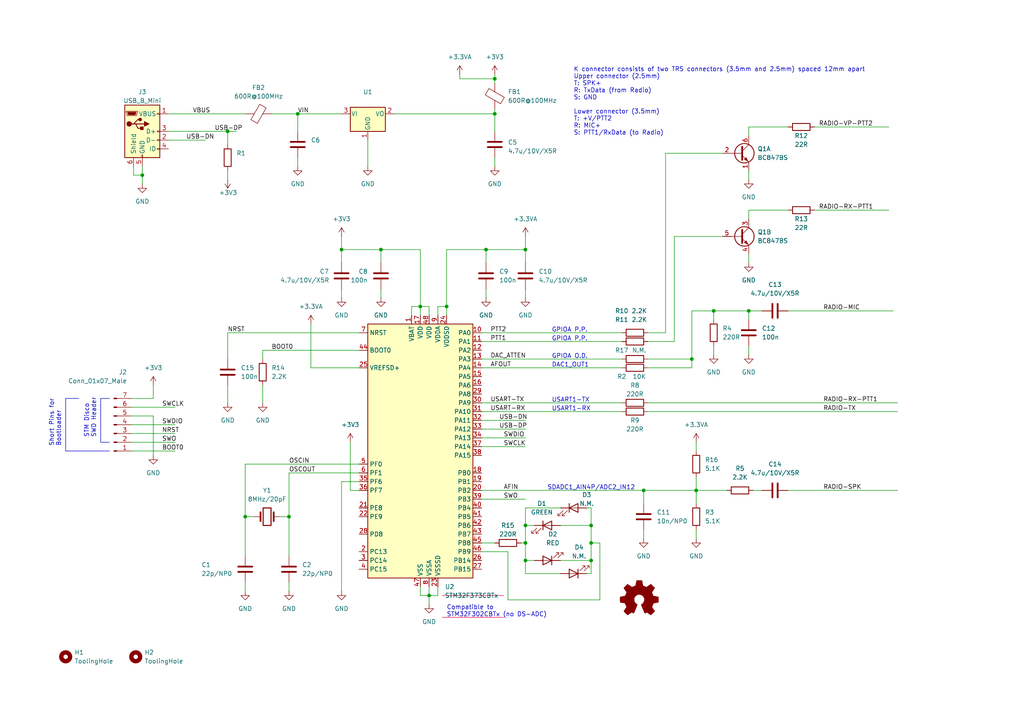
<source format=kicad_sch>
(kicad_sch (version 20230121) (generator eeschema)

  (uuid 6b10ea87-c95d-4ec7-ad2b-5b0dcbbb7b7c)

  (paper "A4")

  (title_block
    (title "All-In-One-Cable (AIOC)")
    (rev "1.0")
  )

  (lib_symbols
    (symbol "Connector:Conn_01x07_Male" (pin_names (offset 1.016) hide) (in_bom yes) (on_board yes)
      (property "Reference" "J" (at 0 10.16 0)
        (effects (font (size 1.27 1.27)))
      )
      (property "Value" "Conn_01x07_Male" (at 0 -10.16 0)
        (effects (font (size 1.27 1.27)))
      )
      (property "Footprint" "" (at 0 0 0)
        (effects (font (size 1.27 1.27)) hide)
      )
      (property "Datasheet" "~" (at 0 0 0)
        (effects (font (size 1.27 1.27)) hide)
      )
      (property "ki_keywords" "connector" (at 0 0 0)
        (effects (font (size 1.27 1.27)) hide)
      )
      (property "ki_description" "Generic connector, single row, 01x07, script generated (kicad-library-utils/schlib/autogen/connector/)" (at 0 0 0)
        (effects (font (size 1.27 1.27)) hide)
      )
      (property "ki_fp_filters" "Connector*:*_1x??_*" (at 0 0 0)
        (effects (font (size 1.27 1.27)) hide)
      )
      (symbol "Conn_01x07_Male_1_1"
        (polyline
          (pts
            (xy 1.27 -7.62)
            (xy 0.8636 -7.62)
          )
          (stroke (width 0.1524) (type default))
          (fill (type none))
        )
        (polyline
          (pts
            (xy 1.27 -5.08)
            (xy 0.8636 -5.08)
          )
          (stroke (width 0.1524) (type default))
          (fill (type none))
        )
        (polyline
          (pts
            (xy 1.27 -2.54)
            (xy 0.8636 -2.54)
          )
          (stroke (width 0.1524) (type default))
          (fill (type none))
        )
        (polyline
          (pts
            (xy 1.27 0)
            (xy 0.8636 0)
          )
          (stroke (width 0.1524) (type default))
          (fill (type none))
        )
        (polyline
          (pts
            (xy 1.27 2.54)
            (xy 0.8636 2.54)
          )
          (stroke (width 0.1524) (type default))
          (fill (type none))
        )
        (polyline
          (pts
            (xy 1.27 5.08)
            (xy 0.8636 5.08)
          )
          (stroke (width 0.1524) (type default))
          (fill (type none))
        )
        (polyline
          (pts
            (xy 1.27 7.62)
            (xy 0.8636 7.62)
          )
          (stroke (width 0.1524) (type default))
          (fill (type none))
        )
        (rectangle (start 0.8636 -7.493) (end 0 -7.747)
          (stroke (width 0.1524) (type default))
          (fill (type outline))
        )
        (rectangle (start 0.8636 -4.953) (end 0 -5.207)
          (stroke (width 0.1524) (type default))
          (fill (type outline))
        )
        (rectangle (start 0.8636 -2.413) (end 0 -2.667)
          (stroke (width 0.1524) (type default))
          (fill (type outline))
        )
        (rectangle (start 0.8636 0.127) (end 0 -0.127)
          (stroke (width 0.1524) (type default))
          (fill (type outline))
        )
        (rectangle (start 0.8636 2.667) (end 0 2.413)
          (stroke (width 0.1524) (type default))
          (fill (type outline))
        )
        (rectangle (start 0.8636 5.207) (end 0 4.953)
          (stroke (width 0.1524) (type default))
          (fill (type outline))
        )
        (rectangle (start 0.8636 7.747) (end 0 7.493)
          (stroke (width 0.1524) (type default))
          (fill (type outline))
        )
        (pin passive line (at 5.08 7.62 180) (length 3.81)
          (name "Pin_1" (effects (font (size 1.27 1.27))))
          (number "1" (effects (font (size 1.27 1.27))))
        )
        (pin passive line (at 5.08 5.08 180) (length 3.81)
          (name "Pin_2" (effects (font (size 1.27 1.27))))
          (number "2" (effects (font (size 1.27 1.27))))
        )
        (pin passive line (at 5.08 2.54 180) (length 3.81)
          (name "Pin_3" (effects (font (size 1.27 1.27))))
          (number "3" (effects (font (size 1.27 1.27))))
        )
        (pin passive line (at 5.08 0 180) (length 3.81)
          (name "Pin_4" (effects (font (size 1.27 1.27))))
          (number "4" (effects (font (size 1.27 1.27))))
        )
        (pin passive line (at 5.08 -2.54 180) (length 3.81)
          (name "Pin_5" (effects (font (size 1.27 1.27))))
          (number "5" (effects (font (size 1.27 1.27))))
        )
        (pin passive line (at 5.08 -5.08 180) (length 3.81)
          (name "Pin_6" (effects (font (size 1.27 1.27))))
          (number "6" (effects (font (size 1.27 1.27))))
        )
        (pin passive line (at 5.08 -7.62 180) (length 3.81)
          (name "Pin_7" (effects (font (size 1.27 1.27))))
          (number "7" (effects (font (size 1.27 1.27))))
        )
      )
    )
    (symbol "Connector:USB_B_Mini" (pin_names (offset 1.016)) (in_bom yes) (on_board yes)
      (property "Reference" "J" (at -5.08 11.43 0)
        (effects (font (size 1.27 1.27)) (justify left))
      )
      (property "Value" "USB_B_Mini" (at -5.08 8.89 0)
        (effects (font (size 1.27 1.27)) (justify left))
      )
      (property "Footprint" "" (at 3.81 -1.27 0)
        (effects (font (size 1.27 1.27)) hide)
      )
      (property "Datasheet" "~" (at 3.81 -1.27 0)
        (effects (font (size 1.27 1.27)) hide)
      )
      (property "ki_keywords" "connector USB mini" (at 0 0 0)
        (effects (font (size 1.27 1.27)) hide)
      )
      (property "ki_description" "USB Mini Type B connector" (at 0 0 0)
        (effects (font (size 1.27 1.27)) hide)
      )
      (property "ki_fp_filters" "USB*" (at 0 0 0)
        (effects (font (size 1.27 1.27)) hide)
      )
      (symbol "USB_B_Mini_0_1"
        (rectangle (start -5.08 -7.62) (end 5.08 7.62)
          (stroke (width 0.254) (type default))
          (fill (type background))
        )
        (circle (center -3.81 2.159) (radius 0.635)
          (stroke (width 0.254) (type default))
          (fill (type outline))
        )
        (circle (center -0.635 3.429) (radius 0.381)
          (stroke (width 0.254) (type default))
          (fill (type outline))
        )
        (rectangle (start -0.127 -7.62) (end 0.127 -6.858)
          (stroke (width 0) (type default))
          (fill (type none))
        )
        (polyline
          (pts
            (xy -1.905 2.159)
            (xy 0.635 2.159)
          )
          (stroke (width 0.254) (type default))
          (fill (type none))
        )
        (polyline
          (pts
            (xy -3.175 2.159)
            (xy -2.54 2.159)
            (xy -1.27 3.429)
            (xy -0.635 3.429)
          )
          (stroke (width 0.254) (type default))
          (fill (type none))
        )
        (polyline
          (pts
            (xy -2.54 2.159)
            (xy -1.905 2.159)
            (xy -1.27 0.889)
            (xy 0 0.889)
          )
          (stroke (width 0.254) (type default))
          (fill (type none))
        )
        (polyline
          (pts
            (xy 0.635 2.794)
            (xy 0.635 1.524)
            (xy 1.905 2.159)
            (xy 0.635 2.794)
          )
          (stroke (width 0.254) (type default))
          (fill (type outline))
        )
        (polyline
          (pts
            (xy -4.318 5.588)
            (xy -1.778 5.588)
            (xy -2.032 4.826)
            (xy -4.064 4.826)
            (xy -4.318 5.588)
          )
          (stroke (width 0) (type default))
          (fill (type outline))
        )
        (polyline
          (pts
            (xy -4.699 5.842)
            (xy -4.699 5.588)
            (xy -4.445 4.826)
            (xy -4.445 4.572)
            (xy -1.651 4.572)
            (xy -1.651 4.826)
            (xy -1.397 5.588)
            (xy -1.397 5.842)
            (xy -4.699 5.842)
          )
          (stroke (width 0) (type default))
          (fill (type none))
        )
        (rectangle (start 0.254 1.27) (end -0.508 0.508)
          (stroke (width 0.254) (type default))
          (fill (type outline))
        )
        (rectangle (start 5.08 -5.207) (end 4.318 -4.953)
          (stroke (width 0) (type default))
          (fill (type none))
        )
        (rectangle (start 5.08 -2.667) (end 4.318 -2.413)
          (stroke (width 0) (type default))
          (fill (type none))
        )
        (rectangle (start 5.08 -0.127) (end 4.318 0.127)
          (stroke (width 0) (type default))
          (fill (type none))
        )
        (rectangle (start 5.08 4.953) (end 4.318 5.207)
          (stroke (width 0) (type default))
          (fill (type none))
        )
      )
      (symbol "USB_B_Mini_1_1"
        (pin power_out line (at 7.62 5.08 180) (length 2.54)
          (name "VBUS" (effects (font (size 1.27 1.27))))
          (number "1" (effects (font (size 1.27 1.27))))
        )
        (pin bidirectional line (at 7.62 -2.54 180) (length 2.54)
          (name "D-" (effects (font (size 1.27 1.27))))
          (number "2" (effects (font (size 1.27 1.27))))
        )
        (pin bidirectional line (at 7.62 0 180) (length 2.54)
          (name "D+" (effects (font (size 1.27 1.27))))
          (number "3" (effects (font (size 1.27 1.27))))
        )
        (pin passive line (at 7.62 -5.08 180) (length 2.54)
          (name "ID" (effects (font (size 1.27 1.27))))
          (number "4" (effects (font (size 1.27 1.27))))
        )
        (pin power_out line (at 0 -10.16 90) (length 2.54)
          (name "GND" (effects (font (size 1.27 1.27))))
          (number "5" (effects (font (size 1.27 1.27))))
        )
        (pin passive line (at -2.54 -10.16 90) (length 2.54)
          (name "Shield" (effects (font (size 1.27 1.27))))
          (number "6" (effects (font (size 1.27 1.27))))
        )
      )
    )
    (symbol "Device:C" (pin_numbers hide) (pin_names (offset 0.254)) (in_bom yes) (on_board yes)
      (property "Reference" "C" (at 0.635 2.54 0)
        (effects (font (size 1.27 1.27)) (justify left))
      )
      (property "Value" "C" (at 0.635 -2.54 0)
        (effects (font (size 1.27 1.27)) (justify left))
      )
      (property "Footprint" "" (at 0.9652 -3.81 0)
        (effects (font (size 1.27 1.27)) hide)
      )
      (property "Datasheet" "~" (at 0 0 0)
        (effects (font (size 1.27 1.27)) hide)
      )
      (property "ki_keywords" "cap capacitor" (at 0 0 0)
        (effects (font (size 1.27 1.27)) hide)
      )
      (property "ki_description" "Unpolarized capacitor" (at 0 0 0)
        (effects (font (size 1.27 1.27)) hide)
      )
      (property "ki_fp_filters" "C_*" (at 0 0 0)
        (effects (font (size 1.27 1.27)) hide)
      )
      (symbol "C_0_1"
        (polyline
          (pts
            (xy -2.032 -0.762)
            (xy 2.032 -0.762)
          )
          (stroke (width 0.508) (type default))
          (fill (type none))
        )
        (polyline
          (pts
            (xy -2.032 0.762)
            (xy 2.032 0.762)
          )
          (stroke (width 0.508) (type default))
          (fill (type none))
        )
      )
      (symbol "C_1_1"
        (pin passive line (at 0 3.81 270) (length 2.794)
          (name "~" (effects (font (size 1.27 1.27))))
          (number "1" (effects (font (size 1.27 1.27))))
        )
        (pin passive line (at 0 -3.81 90) (length 2.794)
          (name "~" (effects (font (size 1.27 1.27))))
          (number "2" (effects (font (size 1.27 1.27))))
        )
      )
    )
    (symbol "Device:Crystal" (pin_numbers hide) (pin_names (offset 1.016) hide) (in_bom yes) (on_board yes)
      (property "Reference" "Y" (at 0 3.81 0)
        (effects (font (size 1.27 1.27)))
      )
      (property "Value" "Crystal" (at 0 -3.81 0)
        (effects (font (size 1.27 1.27)))
      )
      (property "Footprint" "" (at 0 0 0)
        (effects (font (size 1.27 1.27)) hide)
      )
      (property "Datasheet" "~" (at 0 0 0)
        (effects (font (size 1.27 1.27)) hide)
      )
      (property "ki_keywords" "quartz ceramic resonator oscillator" (at 0 0 0)
        (effects (font (size 1.27 1.27)) hide)
      )
      (property "ki_description" "Two pin crystal" (at 0 0 0)
        (effects (font (size 1.27 1.27)) hide)
      )
      (property "ki_fp_filters" "Crystal*" (at 0 0 0)
        (effects (font (size 1.27 1.27)) hide)
      )
      (symbol "Crystal_0_1"
        (rectangle (start -1.143 2.54) (end 1.143 -2.54)
          (stroke (width 0.3048) (type default))
          (fill (type none))
        )
        (polyline
          (pts
            (xy -2.54 0)
            (xy -1.905 0)
          )
          (stroke (width 0) (type default))
          (fill (type none))
        )
        (polyline
          (pts
            (xy -1.905 -1.27)
            (xy -1.905 1.27)
          )
          (stroke (width 0.508) (type default))
          (fill (type none))
        )
        (polyline
          (pts
            (xy 1.905 -1.27)
            (xy 1.905 1.27)
          )
          (stroke (width 0.508) (type default))
          (fill (type none))
        )
        (polyline
          (pts
            (xy 2.54 0)
            (xy 1.905 0)
          )
          (stroke (width 0) (type default))
          (fill (type none))
        )
      )
      (symbol "Crystal_1_1"
        (pin passive line (at -3.81 0 0) (length 1.27)
          (name "1" (effects (font (size 1.27 1.27))))
          (number "1" (effects (font (size 1.27 1.27))))
        )
        (pin passive line (at 3.81 0 180) (length 1.27)
          (name "2" (effects (font (size 1.27 1.27))))
          (number "2" (effects (font (size 1.27 1.27))))
        )
      )
    )
    (symbol "Device:FerriteBead" (pin_numbers hide) (pin_names (offset 0)) (in_bom yes) (on_board yes)
      (property "Reference" "FB" (at -3.81 0.635 90)
        (effects (font (size 1.27 1.27)))
      )
      (property "Value" "FerriteBead" (at 3.81 0 90)
        (effects (font (size 1.27 1.27)))
      )
      (property "Footprint" "" (at -1.778 0 90)
        (effects (font (size 1.27 1.27)) hide)
      )
      (property "Datasheet" "~" (at 0 0 0)
        (effects (font (size 1.27 1.27)) hide)
      )
      (property "ki_keywords" "L ferrite bead inductor filter" (at 0 0 0)
        (effects (font (size 1.27 1.27)) hide)
      )
      (property "ki_description" "Ferrite bead" (at 0 0 0)
        (effects (font (size 1.27 1.27)) hide)
      )
      (property "ki_fp_filters" "Inductor_* L_* *Ferrite*" (at 0 0 0)
        (effects (font (size 1.27 1.27)) hide)
      )
      (symbol "FerriteBead_0_1"
        (polyline
          (pts
            (xy 0 -1.27)
            (xy 0 -1.2192)
          )
          (stroke (width 0) (type default))
          (fill (type none))
        )
        (polyline
          (pts
            (xy 0 1.27)
            (xy 0 1.2954)
          )
          (stroke (width 0) (type default))
          (fill (type none))
        )
        (polyline
          (pts
            (xy -2.7686 0.4064)
            (xy -1.7018 2.2606)
            (xy 2.7686 -0.3048)
            (xy 1.6764 -2.159)
            (xy -2.7686 0.4064)
          )
          (stroke (width 0) (type default))
          (fill (type none))
        )
      )
      (symbol "FerriteBead_1_1"
        (pin passive line (at 0 3.81 270) (length 2.54)
          (name "~" (effects (font (size 1.27 1.27))))
          (number "1" (effects (font (size 1.27 1.27))))
        )
        (pin passive line (at 0 -3.81 90) (length 2.54)
          (name "~" (effects (font (size 1.27 1.27))))
          (number "2" (effects (font (size 1.27 1.27))))
        )
      )
    )
    (symbol "Device:LED" (pin_numbers hide) (pin_names (offset 1.016) hide) (in_bom yes) (on_board yes)
      (property "Reference" "D" (at 0 2.54 0)
        (effects (font (size 1.27 1.27)))
      )
      (property "Value" "LED" (at 0 -2.54 0)
        (effects (font (size 1.27 1.27)))
      )
      (property "Footprint" "" (at 0 0 0)
        (effects (font (size 1.27 1.27)) hide)
      )
      (property "Datasheet" "~" (at 0 0 0)
        (effects (font (size 1.27 1.27)) hide)
      )
      (property "ki_keywords" "LED diode" (at 0 0 0)
        (effects (font (size 1.27 1.27)) hide)
      )
      (property "ki_description" "Light emitting diode" (at 0 0 0)
        (effects (font (size 1.27 1.27)) hide)
      )
      (property "ki_fp_filters" "LED* LED_SMD:* LED_THT:*" (at 0 0 0)
        (effects (font (size 1.27 1.27)) hide)
      )
      (symbol "LED_0_1"
        (polyline
          (pts
            (xy -1.27 -1.27)
            (xy -1.27 1.27)
          )
          (stroke (width 0.254) (type default))
          (fill (type none))
        )
        (polyline
          (pts
            (xy -1.27 0)
            (xy 1.27 0)
          )
          (stroke (width 0) (type default))
          (fill (type none))
        )
        (polyline
          (pts
            (xy 1.27 -1.27)
            (xy 1.27 1.27)
            (xy -1.27 0)
            (xy 1.27 -1.27)
          )
          (stroke (width 0.254) (type default))
          (fill (type none))
        )
        (polyline
          (pts
            (xy -3.048 -0.762)
            (xy -4.572 -2.286)
            (xy -3.81 -2.286)
            (xy -4.572 -2.286)
            (xy -4.572 -1.524)
          )
          (stroke (width 0) (type default))
          (fill (type none))
        )
        (polyline
          (pts
            (xy -1.778 -0.762)
            (xy -3.302 -2.286)
            (xy -2.54 -2.286)
            (xy -3.302 -2.286)
            (xy -3.302 -1.524)
          )
          (stroke (width 0) (type default))
          (fill (type none))
        )
      )
      (symbol "LED_1_1"
        (pin passive line (at -3.81 0 0) (length 2.54)
          (name "K" (effects (font (size 1.27 1.27))))
          (number "1" (effects (font (size 1.27 1.27))))
        )
        (pin passive line (at 3.81 0 180) (length 2.54)
          (name "A" (effects (font (size 1.27 1.27))))
          (number "2" (effects (font (size 1.27 1.27))))
        )
      )
    )
    (symbol "Device:Q_Dual_NPN_NPN_E1B1C2E2B2C1" (pin_names (offset 0) hide) (in_bom yes) (on_board yes)
      (property "Reference" "Q" (at 5.08 1.27 0)
        (effects (font (size 1.27 1.27)) (justify left))
      )
      (property "Value" "Q_Dual_NPN_NPN_E1B1C2E2B2C1" (at 5.08 -1.27 0)
        (effects (font (size 1.27 1.27)) (justify left))
      )
      (property "Footprint" "" (at 5.08 2.54 0)
        (effects (font (size 1.27 1.27)) hide)
      )
      (property "Datasheet" "~" (at 0 0 0)
        (effects (font (size 1.27 1.27)) hide)
      )
      (property "ki_locked" "" (at 0 0 0)
        (effects (font (size 1.27 1.27)))
      )
      (property "ki_keywords" "transistor NPN" (at 0 0 0)
        (effects (font (size 1.27 1.27)) hide)
      )
      (property "ki_description" "Dual NPN transistor, 6 pin package" (at 0 0 0)
        (effects (font (size 1.27 1.27)) hide)
      )
      (property "ki_fp_filters" "SC?70* SC?88* SOT?363* SOT?23*" (at 0 0 0)
        (effects (font (size 1.27 1.27)) hide)
      )
      (symbol "Q_Dual_NPN_NPN_E1B1C2E2B2C1_0_1"
        (polyline
          (pts
            (xy 0.635 0)
            (xy -2.54 0)
          )
          (stroke (width 0) (type default))
          (fill (type none))
        )
        (polyline
          (pts
            (xy 0.635 0.635)
            (xy 2.54 2.54)
          )
          (stroke (width 0) (type default))
          (fill (type none))
        )
        (polyline
          (pts
            (xy 0.635 -0.635)
            (xy 2.54 -2.54)
            (xy 2.54 -2.54)
          )
          (stroke (width 0) (type default))
          (fill (type none))
        )
        (polyline
          (pts
            (xy 0.635 1.905)
            (xy 0.635 -1.905)
            (xy 0.635 -1.905)
          )
          (stroke (width 0.508) (type default))
          (fill (type none))
        )
        (polyline
          (pts
            (xy 1.27 -1.778)
            (xy 1.778 -1.27)
            (xy 2.286 -2.286)
            (xy 1.27 -1.778)
            (xy 1.27 -1.778)
          )
          (stroke (width 0) (type default))
          (fill (type outline))
        )
        (circle (center 1.27 0) (radius 2.8194)
          (stroke (width 0.254) (type default))
          (fill (type none))
        )
      )
      (symbol "Q_Dual_NPN_NPN_E1B1C2E2B2C1_1_1"
        (pin passive line (at 2.54 -5.08 90) (length 2.54)
          (name "E1" (effects (font (size 1.27 1.27))))
          (number "1" (effects (font (size 1.27 1.27))))
        )
        (pin input line (at -5.08 0 0) (length 2.54)
          (name "B1" (effects (font (size 1.27 1.27))))
          (number "2" (effects (font (size 1.27 1.27))))
        )
        (pin passive line (at 2.54 5.08 270) (length 2.54)
          (name "C1" (effects (font (size 1.27 1.27))))
          (number "6" (effects (font (size 1.27 1.27))))
        )
      )
      (symbol "Q_Dual_NPN_NPN_E1B1C2E2B2C1_2_1"
        (pin passive line (at 2.54 5.08 270) (length 2.54)
          (name "C2" (effects (font (size 1.27 1.27))))
          (number "3" (effects (font (size 1.27 1.27))))
        )
        (pin passive line (at 2.54 -5.08 90) (length 2.54)
          (name "E2" (effects (font (size 1.27 1.27))))
          (number "4" (effects (font (size 1.27 1.27))))
        )
        (pin input line (at -5.08 0 0) (length 2.54)
          (name "B2" (effects (font (size 1.27 1.27))))
          (number "5" (effects (font (size 1.27 1.27))))
        )
      )
    )
    (symbol "Device:R" (pin_numbers hide) (pin_names (offset 0)) (in_bom yes) (on_board yes)
      (property "Reference" "R" (at 2.032 0 90)
        (effects (font (size 1.27 1.27)))
      )
      (property "Value" "R" (at 0 0 90)
        (effects (font (size 1.27 1.27)))
      )
      (property "Footprint" "" (at -1.778 0 90)
        (effects (font (size 1.27 1.27)) hide)
      )
      (property "Datasheet" "~" (at 0 0 0)
        (effects (font (size 1.27 1.27)) hide)
      )
      (property "ki_keywords" "R res resistor" (at 0 0 0)
        (effects (font (size 1.27 1.27)) hide)
      )
      (property "ki_description" "Resistor" (at 0 0 0)
        (effects (font (size 1.27 1.27)) hide)
      )
      (property "ki_fp_filters" "R_*" (at 0 0 0)
        (effects (font (size 1.27 1.27)) hide)
      )
      (symbol "R_0_1"
        (rectangle (start -1.016 -2.54) (end 1.016 2.54)
          (stroke (width 0.254) (type default))
          (fill (type none))
        )
      )
      (symbol "R_1_1"
        (pin passive line (at 0 3.81 270) (length 1.27)
          (name "~" (effects (font (size 1.27 1.27))))
          (number "1" (effects (font (size 1.27 1.27))))
        )
        (pin passive line (at 0 -3.81 90) (length 1.27)
          (name "~" (effects (font (size 1.27 1.27))))
          (number "2" (effects (font (size 1.27 1.27))))
        )
      )
    )
    (symbol "Graphic:Logo_Open_Hardware_Small" (pin_names (offset 1.016)) (in_bom yes) (on_board yes)
      (property "Reference" "#LOGO" (at 0 6.985 0)
        (effects (font (size 1.27 1.27)) hide)
      )
      (property "Value" "Logo_Open_Hardware_Small" (at 0 -5.715 0)
        (effects (font (size 1.27 1.27)) hide)
      )
      (property "Footprint" "" (at 0 0 0)
        (effects (font (size 1.27 1.27)) hide)
      )
      (property "Datasheet" "~" (at 0 0 0)
        (effects (font (size 1.27 1.27)) hide)
      )
      (property "ki_keywords" "Logo" (at 0 0 0)
        (effects (font (size 1.27 1.27)) hide)
      )
      (property "ki_description" "Open Hardware logo, small" (at 0 0 0)
        (effects (font (size 1.27 1.27)) hide)
      )
      (symbol "Logo_Open_Hardware_Small_0_1"
        (polyline
          (pts
            (xy 3.3528 -4.3434)
            (xy 3.302 -4.318)
            (xy 3.175 -4.2418)
            (xy 2.9972 -4.1148)
            (xy 2.7686 -3.9624)
            (xy 2.54 -3.81)
            (xy 2.3622 -3.7084)
            (xy 2.2352 -3.6068)
            (xy 2.1844 -3.5814)
            (xy 2.159 -3.6068)
            (xy 2.0574 -3.6576)
            (xy 1.905 -3.7338)
            (xy 1.8034 -3.7846)
            (xy 1.6764 -3.8354)
            (xy 1.6002 -3.8354)
            (xy 1.6002 -3.8354)
            (xy 1.5494 -3.7338)
            (xy 1.4732 -3.5306)
            (xy 1.3462 -3.302)
            (xy 1.2446 -3.0226)
            (xy 1.1176 -2.7178)
            (xy 0.9652 -2.413)
            (xy 0.8636 -2.1082)
            (xy 0.7366 -1.8288)
            (xy 0.6604 -1.6256)
            (xy 0.6096 -1.4732)
            (xy 0.5842 -1.397)
            (xy 0.5842 -1.397)
            (xy 0.6604 -1.3208)
            (xy 0.7874 -1.2446)
            (xy 1.0414 -1.016)
            (xy 1.2954 -0.6858)
            (xy 1.4478 -0.3302)
            (xy 1.524 0.0762)
            (xy 1.4732 0.4572)
            (xy 1.3208 0.8128)
            (xy 1.0668 1.143)
            (xy 0.762 1.3716)
            (xy 0.4064 1.524)
            (xy 0 1.5748)
            (xy -0.381 1.5494)
            (xy -0.7366 1.397)
            (xy -1.0668 1.143)
            (xy -1.2192 0.9906)
            (xy -1.397 0.6604)
            (xy -1.524 0.3048)
            (xy -1.524 0.2286)
            (xy -1.4986 -0.1778)
            (xy -1.397 -0.5334)
            (xy -1.1938 -0.8636)
            (xy -0.9144 -1.143)
            (xy -0.8636 -1.1684)
            (xy -0.7366 -1.27)
            (xy -0.635 -1.3462)
            (xy -0.5842 -1.397)
            (xy -1.0668 -2.5908)
            (xy -1.143 -2.794)
            (xy -1.2954 -3.1242)
            (xy -1.397 -3.4036)
            (xy -1.4986 -3.6322)
            (xy -1.5748 -3.7846)
            (xy -1.6002 -3.8354)
            (xy -1.6002 -3.8354)
            (xy -1.651 -3.8354)
            (xy -1.7272 -3.81)
            (xy -1.905 -3.7338)
            (xy -2.0066 -3.683)
            (xy -2.1336 -3.6068)
            (xy -2.2098 -3.5814)
            (xy -2.2606 -3.6068)
            (xy -2.3622 -3.683)
            (xy -2.54 -3.81)
            (xy -2.7686 -3.9624)
            (xy -2.9718 -4.0894)
            (xy -3.1496 -4.2164)
            (xy -3.302 -4.318)
            (xy -3.3528 -4.3434)
            (xy -3.3782 -4.3434)
            (xy -3.429 -4.318)
            (xy -3.5306 -4.2164)
            (xy -3.7084 -4.064)
            (xy -3.937 -3.8354)
            (xy -3.9624 -3.81)
            (xy -4.1656 -3.6068)
            (xy -4.318 -3.4544)
            (xy -4.4196 -3.3274)
            (xy -4.445 -3.2766)
            (xy -4.445 -3.2766)
            (xy -4.4196 -3.2258)
            (xy -4.318 -3.0734)
            (xy -4.2164 -2.8956)
            (xy -4.064 -2.667)
            (xy -3.6576 -2.0828)
            (xy -3.8862 -1.5494)
            (xy -3.937 -1.3716)
            (xy -4.0386 -1.1684)
            (xy -4.0894 -1.0414)
            (xy -4.1148 -0.9652)
            (xy -4.191 -0.9398)
            (xy -4.318 -0.9144)
            (xy -4.5466 -0.8636)
            (xy -4.8006 -0.8128)
            (xy -5.0546 -0.7874)
            (xy -5.2578 -0.7366)
            (xy -5.4356 -0.7112)
            (xy -5.5118 -0.6858)
            (xy -5.5118 -0.6858)
            (xy -5.5372 -0.635)
            (xy -5.5372 -0.5588)
            (xy -5.5372 -0.4318)
            (xy -5.5626 -0.2286)
            (xy -5.5626 0.0762)
            (xy -5.5626 0.127)
            (xy -5.5372 0.4064)
            (xy -5.5372 0.635)
            (xy -5.5372 0.762)
            (xy -5.5372 0.8382)
            (xy -5.5372 0.8382)
            (xy -5.461 0.8382)
            (xy -5.3086 0.889)
            (xy -5.08 0.9144)
            (xy -4.826 0.9652)
            (xy -4.8006 0.9906)
            (xy -4.5466 1.0414)
            (xy -4.318 1.0668)
            (xy -4.1656 1.1176)
            (xy -4.0894 1.143)
            (xy -4.0894 1.143)
            (xy -4.0386 1.2446)
            (xy -3.9624 1.4224)
            (xy -3.8608 1.6256)
            (xy -3.7846 1.8288)
            (xy -3.7084 2.0066)
            (xy -3.6576 2.159)
            (xy -3.6322 2.2098)
            (xy -3.6322 2.2098)
            (xy -3.683 2.286)
            (xy -3.7592 2.413)
            (xy -3.8862 2.5908)
            (xy -4.064 2.8194)
            (xy -4.064 2.8448)
            (xy -4.2164 3.0734)
            (xy -4.3434 3.2512)
            (xy -4.4196 3.3782)
            (xy -4.445 3.4544)
            (xy -4.445 3.4544)
            (xy -4.3942 3.5052)
            (xy -4.2926 3.6322)
            (xy -4.1148 3.81)
            (xy -3.937 4.0132)
            (xy -3.8608 4.064)
            (xy -3.6576 4.2926)
            (xy -3.5052 4.4196)
            (xy -3.4036 4.4958)
            (xy -3.3528 4.5212)
            (xy -3.3528 4.5212)
            (xy -3.302 4.4704)
            (xy -3.1496 4.3688)
            (xy -2.9718 4.2418)
            (xy -2.7432 4.0894)
            (xy -2.7178 4.0894)
            (xy -2.4892 3.937)
            (xy -2.3114 3.81)
            (xy -2.1844 3.7084)
            (xy -2.1336 3.683)
            (xy -2.1082 3.683)
            (xy -2.032 3.7084)
            (xy -1.8542 3.7592)
            (xy -1.6764 3.8354)
            (xy -1.4732 3.937)
            (xy -1.27 4.0132)
            (xy -1.143 4.064)
            (xy -1.0668 4.1148)
            (xy -1.0668 4.1148)
            (xy -1.0414 4.191)
            (xy -1.016 4.3434)
            (xy -0.9652 4.572)
            (xy -0.9144 4.8514)
            (xy -0.889 4.9022)
            (xy -0.8382 5.1562)
            (xy -0.8128 5.3848)
            (xy -0.7874 5.5372)
            (xy -0.762 5.588)
            (xy -0.7112 5.6134)
            (xy -0.5842 5.6134)
            (xy -0.4064 5.6134)
            (xy -0.1524 5.6134)
            (xy 0.0762 5.6134)
            (xy 0.3302 5.6134)
            (xy 0.5334 5.6134)
            (xy 0.6858 5.588)
            (xy 0.7366 5.588)
            (xy 0.7366 5.588)
            (xy 0.762 5.5118)
            (xy 0.8128 5.334)
            (xy 0.8382 5.1054)
            (xy 0.9144 4.826)
            (xy 0.9144 4.7752)
            (xy 0.9652 4.5212)
            (xy 1.016 4.2926)
            (xy 1.0414 4.1402)
            (xy 1.0668 4.0894)
            (xy 1.0668 4.0894)
            (xy 1.1938 4.0386)
            (xy 1.3716 3.9624)
            (xy 1.5748 3.8608)
            (xy 2.0828 3.6576)
            (xy 2.7178 4.0894)
            (xy 2.7686 4.1402)
            (xy 2.9972 4.2926)
            (xy 3.175 4.4196)
            (xy 3.302 4.4958)
            (xy 3.3782 4.5212)
            (xy 3.3782 4.5212)
            (xy 3.429 4.4704)
            (xy 3.556 4.3434)
            (xy 3.7338 4.191)
            (xy 3.9116 3.9878)
            (xy 4.064 3.8354)
            (xy 4.2418 3.6576)
            (xy 4.3434 3.556)
            (xy 4.4196 3.4798)
            (xy 4.4196 3.429)
            (xy 4.4196 3.4036)
            (xy 4.3942 3.3274)
            (xy 4.2926 3.2004)
            (xy 4.1656 2.9972)
            (xy 4.0132 2.794)
            (xy 3.8862 2.5908)
            (xy 3.7592 2.3876)
            (xy 3.6576 2.2352)
            (xy 3.6322 2.159)
            (xy 3.6322 2.1336)
            (xy 3.683 2.0066)
            (xy 3.7592 1.8288)
            (xy 3.8608 1.6002)
            (xy 4.064 1.1176)
            (xy 4.3942 1.0414)
            (xy 4.5974 1.016)
            (xy 4.8768 0.9652)
            (xy 5.1308 0.9144)
            (xy 5.5372 0.8382)
            (xy 5.5626 -0.6604)
            (xy 5.4864 -0.6858)
            (xy 5.4356 -0.6858)
            (xy 5.2832 -0.7366)
            (xy 5.0546 -0.762)
            (xy 4.8006 -0.8128)
            (xy 4.5974 -0.8636)
            (xy 4.3688 -0.9144)
            (xy 4.2164 -0.9398)
            (xy 4.1402 -0.9398)
            (xy 4.1148 -0.9652)
            (xy 4.064 -1.0668)
            (xy 3.9878 -1.2446)
            (xy 3.9116 -1.4478)
            (xy 3.81 -1.651)
            (xy 3.7338 -1.8542)
            (xy 3.683 -2.0066)
            (xy 3.6576 -2.0828)
            (xy 3.683 -2.1336)
            (xy 3.7846 -2.2606)
            (xy 3.8862 -2.4638)
            (xy 4.0386 -2.667)
            (xy 4.191 -2.8956)
            (xy 4.318 -3.0734)
            (xy 4.3942 -3.2004)
            (xy 4.445 -3.2766)
            (xy 4.4196 -3.3274)
            (xy 4.3434 -3.429)
            (xy 4.1656 -3.5814)
            (xy 3.937 -3.8354)
            (xy 3.8862 -3.8608)
            (xy 3.683 -4.064)
            (xy 3.5306 -4.2164)
            (xy 3.4036 -4.318)
            (xy 3.3528 -4.3434)
          )
          (stroke (width 0) (type default))
          (fill (type outline))
        )
      )
    )
    (symbol "MCU_ST_STM32F3:STM32F373CBTx" (in_bom yes) (on_board yes)
      (property "Reference" "U" (at -15.24 36.83 0)
        (effects (font (size 1.27 1.27)) (justify left))
      )
      (property "Value" "STM32F373CBTx" (at 10.16 36.83 0)
        (effects (font (size 1.27 1.27)) (justify left))
      )
      (property "Footprint" "Package_QFP:LQFP-48_7x7mm_P0.5mm" (at -15.24 -38.1 0)
        (effects (font (size 1.27 1.27)) (justify right) hide)
      )
      (property "Datasheet" "http://www.st.com/st-web-ui/static/active/en/resource/technical/document/datasheet/DM00046749.pdf" (at 0 0 0)
        (effects (font (size 1.27 1.27)) hide)
      )
      (property "ki_keywords" "ARM Cortex-M4 STM32F3 STM32F373" (at 0 0 0)
        (effects (font (size 1.27 1.27)) hide)
      )
      (property "ki_description" "ARM Cortex-M4 MCU, 128KB flash, 24KB RAM, 72MHz, 2-3.6V, 37 GPIO, LQFP-48" (at 0 0 0)
        (effects (font (size 1.27 1.27)) hide)
      )
      (property "ki_fp_filters" "LQFP*7x7mm*P0.5mm*" (at 0 0 0)
        (effects (font (size 1.27 1.27)) hide)
      )
      (symbol "STM32F373CBTx_0_1"
        (rectangle (start -15.24 -38.1) (end 15.24 35.56)
          (stroke (width 0.254) (type default))
          (fill (type background))
        )
      )
      (symbol "STM32F373CBTx_1_1"
        (pin power_in line (at -2.54 38.1 270) (length 2.54)
          (name "VBAT" (effects (font (size 1.27 1.27))))
          (number "1" (effects (font (size 1.27 1.27))))
        )
        (pin bidirectional line (at 17.78 33.02 180) (length 2.54)
          (name "PA0" (effects (font (size 1.27 1.27))))
          (number "10" (effects (font (size 1.27 1.27))))
        )
        (pin bidirectional line (at 17.78 30.48 180) (length 2.54)
          (name "PA1" (effects (font (size 1.27 1.27))))
          (number "11" (effects (font (size 1.27 1.27))))
        )
        (pin bidirectional line (at 17.78 27.94 180) (length 2.54)
          (name "PA2" (effects (font (size 1.27 1.27))))
          (number "12" (effects (font (size 1.27 1.27))))
        )
        (pin bidirectional line (at 17.78 25.4 180) (length 2.54)
          (name "PA3" (effects (font (size 1.27 1.27))))
          (number "13" (effects (font (size 1.27 1.27))))
        )
        (pin bidirectional line (at 17.78 22.86 180) (length 2.54)
          (name "PA4" (effects (font (size 1.27 1.27))))
          (number "14" (effects (font (size 1.27 1.27))))
        )
        (pin bidirectional line (at 17.78 20.32 180) (length 2.54)
          (name "PA5" (effects (font (size 1.27 1.27))))
          (number "15" (effects (font (size 1.27 1.27))))
        )
        (pin bidirectional line (at 17.78 17.78 180) (length 2.54)
          (name "PA6" (effects (font (size 1.27 1.27))))
          (number "16" (effects (font (size 1.27 1.27))))
        )
        (pin power_in line (at 0 38.1 270) (length 2.54)
          (name "VDD" (effects (font (size 1.27 1.27))))
          (number "17" (effects (font (size 1.27 1.27))))
        )
        (pin bidirectional line (at 17.78 -7.62 180) (length 2.54)
          (name "PB0" (effects (font (size 1.27 1.27))))
          (number "18" (effects (font (size 1.27 1.27))))
        )
        (pin bidirectional line (at 17.78 -10.16 180) (length 2.54)
          (name "PB1" (effects (font (size 1.27 1.27))))
          (number "19" (effects (font (size 1.27 1.27))))
        )
        (pin bidirectional line (at -17.78 -30.48 0) (length 2.54)
          (name "PC13" (effects (font (size 1.27 1.27))))
          (number "2" (effects (font (size 1.27 1.27))))
        )
        (pin bidirectional line (at 17.78 -12.7 180) (length 2.54)
          (name "PB2" (effects (font (size 1.27 1.27))))
          (number "20" (effects (font (size 1.27 1.27))))
        )
        (pin bidirectional line (at -17.78 -17.78 0) (length 2.54)
          (name "PE8" (effects (font (size 1.27 1.27))))
          (number "21" (effects (font (size 1.27 1.27))))
        )
        (pin bidirectional line (at -17.78 -20.32 0) (length 2.54)
          (name "PE9" (effects (font (size 1.27 1.27))))
          (number "22" (effects (font (size 1.27 1.27))))
        )
        (pin power_in line (at 5.08 -40.64 90) (length 2.54)
          (name "VSSSD" (effects (font (size 1.27 1.27))))
          (number "23" (effects (font (size 1.27 1.27))))
        )
        (pin power_in line (at 7.62 38.1 270) (length 2.54)
          (name "VDDSD" (effects (font (size 1.27 1.27))))
          (number "24" (effects (font (size 1.27 1.27))))
        )
        (pin power_in line (at -17.78 22.86 0) (length 2.54)
          (name "VREFSD+" (effects (font (size 1.27 1.27))))
          (number "25" (effects (font (size 1.27 1.27))))
        )
        (pin bidirectional line (at 17.78 -33.02 180) (length 2.54)
          (name "PB14" (effects (font (size 1.27 1.27))))
          (number "26" (effects (font (size 1.27 1.27))))
        )
        (pin bidirectional line (at 17.78 -35.56 180) (length 2.54)
          (name "PB15" (effects (font (size 1.27 1.27))))
          (number "27" (effects (font (size 1.27 1.27))))
        )
        (pin bidirectional line (at -17.78 -25.4 0) (length 2.54)
          (name "PD8" (effects (font (size 1.27 1.27))))
          (number "28" (effects (font (size 1.27 1.27))))
        )
        (pin bidirectional line (at 17.78 15.24 180) (length 2.54)
          (name "PA8" (effects (font (size 1.27 1.27))))
          (number "29" (effects (font (size 1.27 1.27))))
        )
        (pin bidirectional line (at -17.78 -33.02 0) (length 2.54)
          (name "PC14" (effects (font (size 1.27 1.27))))
          (number "3" (effects (font (size 1.27 1.27))))
        )
        (pin bidirectional line (at 17.78 12.7 180) (length 2.54)
          (name "PA9" (effects (font (size 1.27 1.27))))
          (number "30" (effects (font (size 1.27 1.27))))
        )
        (pin bidirectional line (at 17.78 10.16 180) (length 2.54)
          (name "PA10" (effects (font (size 1.27 1.27))))
          (number "31" (effects (font (size 1.27 1.27))))
        )
        (pin bidirectional line (at 17.78 7.62 180) (length 2.54)
          (name "PA11" (effects (font (size 1.27 1.27))))
          (number "32" (effects (font (size 1.27 1.27))))
        )
        (pin bidirectional line (at 17.78 5.08 180) (length 2.54)
          (name "PA12" (effects (font (size 1.27 1.27))))
          (number "33" (effects (font (size 1.27 1.27))))
        )
        (pin bidirectional line (at 17.78 2.54 180) (length 2.54)
          (name "PA13" (effects (font (size 1.27 1.27))))
          (number "34" (effects (font (size 1.27 1.27))))
        )
        (pin bidirectional line (at -17.78 -10.16 0) (length 2.54)
          (name "PF6" (effects (font (size 1.27 1.27))))
          (number "35" (effects (font (size 1.27 1.27))))
        )
        (pin bidirectional line (at -17.78 -12.7 0) (length 2.54)
          (name "PF7" (effects (font (size 1.27 1.27))))
          (number "36" (effects (font (size 1.27 1.27))))
        )
        (pin bidirectional line (at 17.78 0 180) (length 2.54)
          (name "PA14" (effects (font (size 1.27 1.27))))
          (number "37" (effects (font (size 1.27 1.27))))
        )
        (pin bidirectional line (at 17.78 -2.54 180) (length 2.54)
          (name "PA15" (effects (font (size 1.27 1.27))))
          (number "38" (effects (font (size 1.27 1.27))))
        )
        (pin bidirectional line (at 17.78 -15.24 180) (length 2.54)
          (name "PB3" (effects (font (size 1.27 1.27))))
          (number "39" (effects (font (size 1.27 1.27))))
        )
        (pin bidirectional line (at -17.78 -35.56 0) (length 2.54)
          (name "PC15" (effects (font (size 1.27 1.27))))
          (number "4" (effects (font (size 1.27 1.27))))
        )
        (pin bidirectional line (at 17.78 -17.78 180) (length 2.54)
          (name "PB4" (effects (font (size 1.27 1.27))))
          (number "40" (effects (font (size 1.27 1.27))))
        )
        (pin bidirectional line (at 17.78 -20.32 180) (length 2.54)
          (name "PB5" (effects (font (size 1.27 1.27))))
          (number "41" (effects (font (size 1.27 1.27))))
        )
        (pin bidirectional line (at 17.78 -22.86 180) (length 2.54)
          (name "PB6" (effects (font (size 1.27 1.27))))
          (number "42" (effects (font (size 1.27 1.27))))
        )
        (pin bidirectional line (at 17.78 -25.4 180) (length 2.54)
          (name "PB7" (effects (font (size 1.27 1.27))))
          (number "43" (effects (font (size 1.27 1.27))))
        )
        (pin input line (at -17.78 27.94 0) (length 2.54)
          (name "BOOT0" (effects (font (size 1.27 1.27))))
          (number "44" (effects (font (size 1.27 1.27))))
        )
        (pin bidirectional line (at 17.78 -27.94 180) (length 2.54)
          (name "PB8" (effects (font (size 1.27 1.27))))
          (number "45" (effects (font (size 1.27 1.27))))
        )
        (pin bidirectional line (at 17.78 -30.48 180) (length 2.54)
          (name "PB9" (effects (font (size 1.27 1.27))))
          (number "46" (effects (font (size 1.27 1.27))))
        )
        (pin power_in line (at 0 -40.64 90) (length 2.54)
          (name "VSS" (effects (font (size 1.27 1.27))))
          (number "47" (effects (font (size 1.27 1.27))))
        )
        (pin power_in line (at 2.54 38.1 270) (length 2.54)
          (name "VDD" (effects (font (size 1.27 1.27))))
          (number "48" (effects (font (size 1.27 1.27))))
        )
        (pin input line (at -17.78 -5.08 0) (length 2.54)
          (name "PF0" (effects (font (size 1.27 1.27))))
          (number "5" (effects (font (size 1.27 1.27))))
        )
        (pin input line (at -17.78 -7.62 0) (length 2.54)
          (name "PF1" (effects (font (size 1.27 1.27))))
          (number "6" (effects (font (size 1.27 1.27))))
        )
        (pin input line (at -17.78 33.02 0) (length 2.54)
          (name "NRST" (effects (font (size 1.27 1.27))))
          (number "7" (effects (font (size 1.27 1.27))))
        )
        (pin power_in line (at 2.54 -40.64 90) (length 2.54)
          (name "VSSA" (effects (font (size 1.27 1.27))))
          (number "8" (effects (font (size 1.27 1.27))))
        )
        (pin power_in line (at 5.08 38.1 270) (length 2.54)
          (name "VDDA" (effects (font (size 1.27 1.27))))
          (number "9" (effects (font (size 1.27 1.27))))
        )
      )
    )
    (symbol "Mechanical:MountingHole" (pin_names (offset 1.016)) (in_bom yes) (on_board yes)
      (property "Reference" "H" (at 0 5.08 0)
        (effects (font (size 1.27 1.27)))
      )
      (property "Value" "MountingHole" (at 0 3.175 0)
        (effects (font (size 1.27 1.27)))
      )
      (property "Footprint" "" (at 0 0 0)
        (effects (font (size 1.27 1.27)) hide)
      )
      (property "Datasheet" "~" (at 0 0 0)
        (effects (font (size 1.27 1.27)) hide)
      )
      (property "ki_keywords" "mounting hole" (at 0 0 0)
        (effects (font (size 1.27 1.27)) hide)
      )
      (property "ki_description" "Mounting Hole without connection" (at 0 0 0)
        (effects (font (size 1.27 1.27)) hide)
      )
      (property "ki_fp_filters" "MountingHole*" (at 0 0 0)
        (effects (font (size 1.27 1.27)) hide)
      )
      (symbol "MountingHole_0_1"
        (circle (center 0 0) (radius 1.27)
          (stroke (width 1.27) (type default))
          (fill (type none))
        )
      )
    )
    (symbol "Regulator_Linear:XC6206PxxxMR" (pin_names (offset 0.254)) (in_bom yes) (on_board yes)
      (property "Reference" "U" (at -3.81 3.175 0)
        (effects (font (size 1.27 1.27)))
      )
      (property "Value" "XC6206PxxxMR" (at 0 3.175 0)
        (effects (font (size 1.27 1.27)) (justify left))
      )
      (property "Footprint" "Package_TO_SOT_SMD:SOT-23-3" (at 0 5.715 0)
        (effects (font (size 1.27 1.27) italic) hide)
      )
      (property "Datasheet" "https://www.torexsemi.com/file/xc6206/XC6206.pdf" (at 0 0 0)
        (effects (font (size 1.27 1.27)) hide)
      )
      (property "ki_keywords" "Torex LDO Voltage Regulator Fixed Positive" (at 0 0 0)
        (effects (font (size 1.27 1.27)) hide)
      )
      (property "ki_description" "Positive 60-250mA Low Dropout Regulator, Fixed Output, SOT-23" (at 0 0 0)
        (effects (font (size 1.27 1.27)) hide)
      )
      (property "ki_fp_filters" "SOT?23?3*" (at 0 0 0)
        (effects (font (size 1.27 1.27)) hide)
      )
      (symbol "XC6206PxxxMR_0_1"
        (rectangle (start -5.08 1.905) (end 5.08 -5.08)
          (stroke (width 0.254) (type default))
          (fill (type background))
        )
      )
      (symbol "XC6206PxxxMR_1_1"
        (pin power_in line (at 0 -7.62 90) (length 2.54)
          (name "GND" (effects (font (size 1.27 1.27))))
          (number "1" (effects (font (size 1.27 1.27))))
        )
        (pin power_out line (at 7.62 0 180) (length 2.54)
          (name "VO" (effects (font (size 1.27 1.27))))
          (number "2" (effects (font (size 1.27 1.27))))
        )
        (pin power_in line (at -7.62 0 0) (length 2.54)
          (name "VI" (effects (font (size 1.27 1.27))))
          (number "3" (effects (font (size 1.27 1.27))))
        )
      )
    )
    (symbol "power:+3.3VA" (power) (pin_names (offset 0)) (in_bom yes) (on_board yes)
      (property "Reference" "#PWR" (at 0 -3.81 0)
        (effects (font (size 1.27 1.27)) hide)
      )
      (property "Value" "+3.3VA" (at 0 3.556 0)
        (effects (font (size 1.27 1.27)))
      )
      (property "Footprint" "" (at 0 0 0)
        (effects (font (size 1.27 1.27)) hide)
      )
      (property "Datasheet" "" (at 0 0 0)
        (effects (font (size 1.27 1.27)) hide)
      )
      (property "ki_keywords" "power-flag" (at 0 0 0)
        (effects (font (size 1.27 1.27)) hide)
      )
      (property "ki_description" "Power symbol creates a global label with name \"+3.3VA\"" (at 0 0 0)
        (effects (font (size 1.27 1.27)) hide)
      )
      (symbol "+3.3VA_0_1"
        (polyline
          (pts
            (xy -0.762 1.27)
            (xy 0 2.54)
          )
          (stroke (width 0) (type default))
          (fill (type none))
        )
        (polyline
          (pts
            (xy 0 0)
            (xy 0 2.54)
          )
          (stroke (width 0) (type default))
          (fill (type none))
        )
        (polyline
          (pts
            (xy 0 2.54)
            (xy 0.762 1.27)
          )
          (stroke (width 0) (type default))
          (fill (type none))
        )
      )
      (symbol "+3.3VA_1_1"
        (pin power_in line (at 0 0 90) (length 0) hide
          (name "+3.3VA" (effects (font (size 1.27 1.27))))
          (number "1" (effects (font (size 1.27 1.27))))
        )
      )
    )
    (symbol "power:+3V3" (power) (pin_names (offset 0)) (in_bom yes) (on_board yes)
      (property "Reference" "#PWR" (at 0 -3.81 0)
        (effects (font (size 1.27 1.27)) hide)
      )
      (property "Value" "+3V3" (at 0 3.556 0)
        (effects (font (size 1.27 1.27)))
      )
      (property "Footprint" "" (at 0 0 0)
        (effects (font (size 1.27 1.27)) hide)
      )
      (property "Datasheet" "" (at 0 0 0)
        (effects (font (size 1.27 1.27)) hide)
      )
      (property "ki_keywords" "power-flag" (at 0 0 0)
        (effects (font (size 1.27 1.27)) hide)
      )
      (property "ki_description" "Power symbol creates a global label with name \"+3V3\"" (at 0 0 0)
        (effects (font (size 1.27 1.27)) hide)
      )
      (symbol "+3V3_0_1"
        (polyline
          (pts
            (xy -0.762 1.27)
            (xy 0 2.54)
          )
          (stroke (width 0) (type default))
          (fill (type none))
        )
        (polyline
          (pts
            (xy 0 0)
            (xy 0 2.54)
          )
          (stroke (width 0) (type default))
          (fill (type none))
        )
        (polyline
          (pts
            (xy 0 2.54)
            (xy 0.762 1.27)
          )
          (stroke (width 0) (type default))
          (fill (type none))
        )
      )
      (symbol "+3V3_1_1"
        (pin power_in line (at 0 0 90) (length 0) hide
          (name "+3V3" (effects (font (size 1.27 1.27))))
          (number "1" (effects (font (size 1.27 1.27))))
        )
      )
    )
    (symbol "power:GND" (power) (pin_names (offset 0)) (in_bom yes) (on_board yes)
      (property "Reference" "#PWR" (at 0 -6.35 0)
        (effects (font (size 1.27 1.27)) hide)
      )
      (property "Value" "GND" (at 0 -3.81 0)
        (effects (font (size 1.27 1.27)))
      )
      (property "Footprint" "" (at 0 0 0)
        (effects (font (size 1.27 1.27)) hide)
      )
      (property "Datasheet" "" (at 0 0 0)
        (effects (font (size 1.27 1.27)) hide)
      )
      (property "ki_keywords" "power-flag" (at 0 0 0)
        (effects (font (size 1.27 1.27)) hide)
      )
      (property "ki_description" "Power symbol creates a global label with name \"GND\" , ground" (at 0 0 0)
        (effects (font (size 1.27 1.27)) hide)
      )
      (symbol "GND_0_1"
        (polyline
          (pts
            (xy 0 0)
            (xy 0 -1.27)
            (xy 1.27 -1.27)
            (xy 0 -2.54)
            (xy -1.27 -1.27)
            (xy 0 -1.27)
          )
          (stroke (width 0) (type default))
          (fill (type none))
        )
      )
      (symbol "GND_1_1"
        (pin power_in line (at 0 0 270) (length 0) hide
          (name "GND" (effects (font (size 1.27 1.27))))
          (number "1" (effects (font (size 1.27 1.27))))
        )
      )
    )
  )

  (junction (at 152.4 152.4) (diameter 0) (color 0 0 0 0)
    (uuid 079efad9-9dcd-44a7-98f5-0dc60f337a7d)
  )
  (junction (at 41.275 50.8) (diameter 0) (color 0 0 0 0)
    (uuid 202701d5-0b35-45b9-a829-b10990ada89f)
  )
  (junction (at 66.04 38.1) (diameter 0) (color 0 0 0 0)
    (uuid 2dae7def-8374-4e9b-b4f6-e3d0dffdf1ac)
  )
  (junction (at 171.45 162.56) (diameter 0) (color 0 0 0 0)
    (uuid 36e98fac-c0d8-4568-9ba9-05cdc552b9f6)
  )
  (junction (at 140.97 72.39) (diameter 0) (color 0 0 0 0)
    (uuid 61e1ba91-4a77-4208-b902-874fa79c8312)
  )
  (junction (at 86.36 33.02) (diameter 0) (color 0 0 0 0)
    (uuid 66390c06-8ec9-4ad5-a838-a327a30c0c5f)
  )
  (junction (at 201.93 142.24) (diameter 0) (color 0 0 0 0)
    (uuid 6db4b98d-4e82-401c-a905-13971e452051)
  )
  (junction (at 152.4 162.56) (diameter 0) (color 0 0 0 0)
    (uuid 71766ff9-bf88-4b35-a537-6a9066f4f44c)
  )
  (junction (at 171.45 152.4) (diameter 0) (color 0 0 0 0)
    (uuid 72c3c901-4dbe-40bc-a775-e1499a1cfaa9)
  )
  (junction (at 171.45 157.48) (diameter 0) (color 0 0 0 0)
    (uuid 7b88faa1-3db1-4393-8edc-9c85aeac2866)
  )
  (junction (at 129.54 88.9) (diameter 0) (color 0 0 0 0)
    (uuid 80beb060-1929-4387-992a-d7f75b5edce6)
  )
  (junction (at 121.92 88.9) (diameter 0) (color 0 0 0 0)
    (uuid 8cabbe1c-3349-4bd7-b898-71c050fec16a)
  )
  (junction (at 152.4 72.39) (diameter 0) (color 0 0 0 0)
    (uuid a085d6c2-7a3c-432b-b97f-f6e646e2fdf7)
  )
  (junction (at 207.01 90.17) (diameter 0) (color 0 0 0 0)
    (uuid a14fe85f-4555-46e7-8a4d-9067a0d052ee)
  )
  (junction (at 217.17 90.17) (diameter 0) (color 0 0 0 0)
    (uuid acef2224-d54c-4b2e-9f49-32b8d43edd27)
  )
  (junction (at 99.06 72.39) (diameter 0) (color 0 0 0 0)
    (uuid b491895f-92e9-4993-b88b-fd379802722a)
  )
  (junction (at 110.49 72.39) (diameter 0) (color 0 0 0 0)
    (uuid baec01e1-c268-4377-b7f2-01e837a8165c)
  )
  (junction (at 71.12 149.86) (diameter 0) (color 0 0 0 0)
    (uuid c91902e7-3702-43d0-a7cf-507968df1bb0)
  )
  (junction (at 124.46 172.72) (diameter 0) (color 0 0 0 0)
    (uuid da034e21-6a15-42ae-ae3d-4c7f54bee983)
  )
  (junction (at 152.4 157.48) (diameter 0) (color 0 0 0 0)
    (uuid deebb747-cd46-491a-a91b-33a619ef85fd)
  )
  (junction (at 186.69 142.24) (diameter 0) (color 0 0 0 0)
    (uuid e734f708-9539-456b-8ec6-f60e5a570dde)
  )
  (junction (at 83.82 149.86) (diameter 0) (color 0 0 0 0)
    (uuid ea3a6c52-e32a-4e1b-90c9-99dd4ee1b01a)
  )
  (junction (at 200.66 104.14) (diameter 0) (color 0 0 0 0)
    (uuid ec19931b-90e4-4399-a66e-58041d849d22)
  )
  (junction (at 143.51 33.02) (diameter 0) (color 0 0 0 0)
    (uuid f1f80a39-b2eb-48e6-a1d0-d0973ad402fa)
  )
  (junction (at 143.51 22.86) (diameter 0) (color 0 0 0 0)
    (uuid f83e8c76-0376-4023-880e-9a40352c0dfe)
  )

  (wire (pts (xy 187.96 119.38) (xy 260.35 119.38))
    (stroke (width 0) (type default))
    (uuid 006069e7-ce9b-4425-8b53-7123ec372a00)
  )
  (wire (pts (xy 143.51 21.59) (xy 143.51 22.86))
    (stroke (width 0) (type default))
    (uuid 01eec19d-1c40-4c50-b6d6-898457d8544e)
  )
  (wire (pts (xy 186.69 153.67) (xy 186.69 156.21))
    (stroke (width 0) (type default))
    (uuid 03cbf986-4e54-472c-9464-c153988f8b5e)
  )
  (wire (pts (xy 200.66 106.68) (xy 200.66 104.14))
    (stroke (width 0) (type default))
    (uuid 0405fe78-ed26-43a1-8796-859fd8f25532)
  )
  (wire (pts (xy 121.92 72.39) (xy 110.49 72.39))
    (stroke (width 0) (type default))
    (uuid 0420e0ef-075e-4b8e-b064-044e1efe7742)
  )
  (wire (pts (xy 124.46 172.72) (xy 124.46 175.26))
    (stroke (width 0) (type default))
    (uuid 0470c69e-fc41-46b1-9006-fd09d3cf8831)
  )
  (wire (pts (xy 121.92 91.44) (xy 121.92 88.9))
    (stroke (width 0) (type default))
    (uuid 04c6dfc9-27b8-4668-bf81-c1efb03c371a)
  )
  (wire (pts (xy 124.46 88.9) (xy 124.46 91.44))
    (stroke (width 0) (type default))
    (uuid 0a533d04-b472-4855-90c1-8cd73bfda621)
  )
  (wire (pts (xy 139.7 129.54) (xy 152.4 129.54))
    (stroke (width 0) (type default))
    (uuid 0ac70366-fa23-4981-9c22-84ac9cc05b34)
  )
  (wire (pts (xy 228.6 90.17) (xy 259.08 90.17))
    (stroke (width 0) (type default))
    (uuid 0b2864cd-df9e-4e40-8255-b44a7428e374)
  )
  (wire (pts (xy 195.58 99.06) (xy 195.58 68.58))
    (stroke (width 0) (type default))
    (uuid 0c4b641f-d9f9-4bb6-948f-d9cba2bad9da)
  )
  (wire (pts (xy 83.82 137.16) (xy 83.82 149.86))
    (stroke (width 0) (type default))
    (uuid 10850b5b-1af3-4620-951a-8bcbda4c32c6)
  )
  (wire (pts (xy 171.45 147.32) (xy 170.18 147.32))
    (stroke (width 0) (type default))
    (uuid 11d04b03-bd49-43a7-b420-976f67b81d6d)
  )
  (wire (pts (xy 66.04 96.52) (xy 66.04 104.14))
    (stroke (width 0) (type default))
    (uuid 120458e7-c640-4b82-aabc-6d9dd2fa8231)
  )
  (wire (pts (xy 86.36 33.02) (xy 99.06 33.02))
    (stroke (width 0) (type default))
    (uuid 120c5a0d-38d1-4fd1-94c0-e574babf8edd)
  )
  (wire (pts (xy 99.06 68.58) (xy 99.06 72.39))
    (stroke (width 0) (type default))
    (uuid 12d4fab0-d9d9-4dc9-a340-942817eb6439)
  )
  (wire (pts (xy 140.97 72.39) (xy 140.97 76.2))
    (stroke (width 0) (type default))
    (uuid 17c939dc-841b-4650-a827-9e6dba77a399)
  )
  (wire (pts (xy 147.32 173.99) (xy 147.32 160.02))
    (stroke (width 0) (type default))
    (uuid 18aa0142-2695-4f6b-bfad-0331b80c9866)
  )
  (polyline (pts (xy 22.86 115.57) (xy 19.05 115.57))
    (stroke (width 0) (type default))
    (uuid 1a135899-6067-4caf-b4c1-fc50d74b9609)
  )

  (wire (pts (xy 170.18 166.37) (xy 171.45 166.37))
    (stroke (width 0) (type default))
    (uuid 210b8c03-d79a-4353-bbd9-9d3323f8e866)
  )
  (wire (pts (xy 236.22 36.83) (xy 257.81 36.83))
    (stroke (width 0) (type default))
    (uuid 24614203-bae4-4da1-999f-7e991e2ddc76)
  )
  (wire (pts (xy 162.56 166.37) (xy 152.4 166.37))
    (stroke (width 0) (type default))
    (uuid 2547ba3f-e2e2-462b-a23d-f24b4915a381)
  )
  (wire (pts (xy 127 88.9) (xy 127 91.44))
    (stroke (width 0) (type default))
    (uuid 26631756-4469-4d91-9416-55580bb72e79)
  )
  (wire (pts (xy 38.735 48.26) (xy 38.735 50.8))
    (stroke (width 0) (type default))
    (uuid 283c393f-d812-4d3e-8882-692aaaa870fb)
  )
  (wire (pts (xy 66.04 111.76) (xy 66.04 116.84))
    (stroke (width 0) (type default))
    (uuid 2c33231e-c5c9-417c-a701-ae54ee218583)
  )
  (wire (pts (xy 152.4 72.39) (xy 152.4 76.2))
    (stroke (width 0) (type default))
    (uuid 2d4caf44-7dd4-4bc6-a47c-0a8f1e3cd34b)
  )
  (wire (pts (xy 162.56 147.32) (xy 152.4 147.32))
    (stroke (width 0) (type default))
    (uuid 2d95499b-070a-45e6-b9c6-3e5aebedfae8)
  )
  (wire (pts (xy 104.14 96.52) (xy 66.04 96.52))
    (stroke (width 0) (type default))
    (uuid 2dddb899-f9dc-403d-b606-ad74b87e2ed5)
  )
  (wire (pts (xy 201.93 146.05) (xy 201.93 142.24))
    (stroke (width 0) (type default))
    (uuid 2e29691c-d93c-4702-a62c-a91d6b5f5954)
  )
  (polyline (pts (xy 29.21 115.57) (xy 29.21 128.27))
    (stroke (width 0) (type default))
    (uuid 2ebeb9f7-a430-4cc1-a0cd-0f890965b748)
  )

  (wire (pts (xy 187.96 106.68) (xy 200.66 106.68))
    (stroke (width 0) (type default))
    (uuid 2f3af3f0-60fc-4f76-91f2-1b103512bbb6)
  )
  (wire (pts (xy 143.51 31.75) (xy 143.51 33.02))
    (stroke (width 0) (type default))
    (uuid 2f40ee26-6c26-4595-8dbd-0746d599ef23)
  )
  (wire (pts (xy 171.45 152.4) (xy 171.45 157.48))
    (stroke (width 0) (type default))
    (uuid 31382b50-98b7-4879-910d-bf461f66c6f3)
  )
  (wire (pts (xy 38.1 115.57) (xy 44.45 115.57))
    (stroke (width 0) (type default))
    (uuid 31d9c13e-5ca7-4946-8eec-618e3131a59e)
  )
  (polyline (pts (xy 19.05 130.81) (xy 31.75 130.81))
    (stroke (width 0) (type default))
    (uuid 36ba2578-f1c6-499f-addb-7ece9cf88d46)
  )

  (wire (pts (xy 152.4 162.56) (xy 154.94 162.56))
    (stroke (width 0) (type default))
    (uuid 39550ef9-9f34-4b57-bca7-24a9730932ee)
  )
  (wire (pts (xy 128.27 172.72) (xy 146.05 172.72))
    (stroke (width 0) (type default) (color 255 0 51 1))
    (uuid 39948d40-d061-4f84-b279-9e6a76cde7fd)
  )
  (wire (pts (xy 44.45 115.57) (xy 44.45 111.76))
    (stroke (width 0) (type default))
    (uuid 3cd1953a-f9e0-4995-99f0-3c4e7fa97b6c)
  )
  (wire (pts (xy 38.1 128.27) (xy 50.8 128.27))
    (stroke (width 0) (type default))
    (uuid 3cea3f36-e373-4d71-a294-3cfaa0576e11)
  )
  (wire (pts (xy 217.17 73.66) (xy 217.17 76.2))
    (stroke (width 0) (type default))
    (uuid 3d0df335-9888-4c22-bdb4-779609cb72bd)
  )
  (wire (pts (xy 152.4 83.82) (xy 152.4 86.36))
    (stroke (width 0) (type default))
    (uuid 3f4e624f-053a-44b2-bc0e-9051e757aaef)
  )
  (wire (pts (xy 71.12 149.86) (xy 73.66 149.86))
    (stroke (width 0) (type default))
    (uuid 3ff769fb-7bbd-436f-8efd-3180fe1ccdb9)
  )
  (wire (pts (xy 193.04 44.45) (xy 209.55 44.45))
    (stroke (width 0) (type default))
    (uuid 4092652a-ba23-409c-88b0-b4a0c5a7d817)
  )
  (wire (pts (xy 121.92 170.18) (xy 121.92 172.72))
    (stroke (width 0) (type default))
    (uuid 40fc0733-0dd1-4106-8939-45fa94171620)
  )
  (wire (pts (xy 99.06 139.7) (xy 99.06 171.45))
    (stroke (width 0) (type default))
    (uuid 41cc0aa3-3d94-473b-9481-794683bcdb5d)
  )
  (wire (pts (xy 217.17 100.33) (xy 217.17 102.87))
    (stroke (width 0) (type default))
    (uuid 41e9d7b7-a0cd-425e-8515-a9a3aaee6ba3)
  )
  (wire (pts (xy 129.54 72.39) (xy 129.54 88.9))
    (stroke (width 0) (type default))
    (uuid 45ede20c-9a0e-4a9b-b3f5-156569c6c5a1)
  )
  (wire (pts (xy 71.12 149.86) (xy 71.12 161.29))
    (stroke (width 0) (type default))
    (uuid 46a6d8fb-0996-4b3b-9c67-089cfab99bfa)
  )
  (wire (pts (xy 86.36 33.02) (xy 86.36 38.1))
    (stroke (width 0) (type default))
    (uuid 4c1fe767-9ecb-4a8f-bf7c-d9b9198ea721)
  )
  (wire (pts (xy 217.17 39.37) (xy 217.17 36.83))
    (stroke (width 0) (type default))
    (uuid 4cdfb52d-5525-400d-a9e7-54f11c683316)
  )
  (wire (pts (xy 151.13 157.48) (xy 152.4 157.48))
    (stroke (width 0) (type default))
    (uuid 4def1f2a-af11-46bf-8b11-dbf56e7c5d0f)
  )
  (wire (pts (xy 48.895 40.64) (xy 59.69 40.64))
    (stroke (width 0) (type default))
    (uuid 50fcd098-3ff1-401d-97b7-7ba7065ff23e)
  )
  (wire (pts (xy 110.49 72.39) (xy 110.49 76.2))
    (stroke (width 0) (type default))
    (uuid 50fd7081-925f-4c4c-a97e-c620d7f9a0a7)
  )
  (wire (pts (xy 152.4 157.48) (xy 152.4 162.56))
    (stroke (width 0) (type default))
    (uuid 517cc368-6f4d-4b51-898f-738988877c3b)
  )
  (wire (pts (xy 139.7 127) (xy 152.4 127))
    (stroke (width 0) (type default))
    (uuid 518db433-c9cf-4b05-b465-f163ddc8718b)
  )
  (wire (pts (xy 71.12 134.62) (xy 71.12 149.86))
    (stroke (width 0) (type default))
    (uuid 51fd8396-650f-44a2-b6f8-a4064d6bf04a)
  )
  (wire (pts (xy 217.17 90.17) (xy 220.98 90.17))
    (stroke (width 0) (type default))
    (uuid 522dc3c1-bc30-4aef-b543-5c466c4ff0ae)
  )
  (wire (pts (xy 139.7 119.38) (xy 180.34 119.38))
    (stroke (width 0) (type default))
    (uuid 52c7ea83-6241-4a87-bf92-62e9f8706388)
  )
  (wire (pts (xy 171.45 166.37) (xy 171.45 162.56))
    (stroke (width 0) (type default))
    (uuid 5715667f-f7e2-4bc6-a63b-ba1e3816d525)
  )
  (wire (pts (xy 121.92 88.9) (xy 124.46 88.9))
    (stroke (width 0) (type default))
    (uuid 58d7502a-d78b-44be-8955-e710bf7f9e3f)
  )
  (wire (pts (xy 193.04 44.45) (xy 193.04 96.52))
    (stroke (width 0) (type default))
    (uuid 5aa34328-cfee-4456-8d9b-789e59a75cd8)
  )
  (wire (pts (xy 66.04 38.1) (xy 66.04 41.91))
    (stroke (width 0) (type default))
    (uuid 5b010016-f68d-4569-90fe-c9af4c56a5ec)
  )
  (wire (pts (xy 76.2 111.76) (xy 76.2 116.84))
    (stroke (width 0) (type default))
    (uuid 5b369742-a1e6-44ff-ba18-ea9f195e7c46)
  )
  (wire (pts (xy 171.45 157.48) (xy 171.45 162.56))
    (stroke (width 0) (type default))
    (uuid 5b4d53fa-16b9-43a2-973d-96a0b4157b10)
  )
  (wire (pts (xy 41.275 50.8) (xy 41.275 53.34))
    (stroke (width 0) (type default))
    (uuid 5b9001c8-7da5-4cd3-8c8c-16a7543f7c26)
  )
  (wire (pts (xy 83.82 168.91) (xy 83.82 171.45))
    (stroke (width 0) (type default))
    (uuid 5bc840eb-918c-4e29-a856-d2a5d6a0e0db)
  )
  (wire (pts (xy 44.45 120.65) (xy 44.45 132.08))
    (stroke (width 0) (type default))
    (uuid 5da731ae-2866-4b52-b8b0-80b2d52736d1)
  )
  (wire (pts (xy 139.7 144.78) (xy 152.4 144.78))
    (stroke (width 0) (type default))
    (uuid 5f503241-6d10-4b73-b17d-7d0692a6f77e)
  )
  (wire (pts (xy 236.22 60.96) (xy 257.81 60.96))
    (stroke (width 0) (type default))
    (uuid 5f8dc9fd-724a-49ca-8322-cd924351a707)
  )
  (wire (pts (xy 228.6 142.24) (xy 260.35 142.24))
    (stroke (width 0) (type default))
    (uuid 5fc4dec5-b8c4-4fc0-a34b-365552318dda)
  )
  (wire (pts (xy 99.06 83.82) (xy 99.06 86.36))
    (stroke (width 0) (type default))
    (uuid 6318c367-bf61-41ef-ac7c-c6c5cba5f948)
  )
  (wire (pts (xy 119.38 88.9) (xy 121.92 88.9))
    (stroke (width 0) (type default))
    (uuid 63d4794e-f113-4f9c-a49a-ff2e8468fc67)
  )
  (wire (pts (xy 195.58 68.58) (xy 209.55 68.58))
    (stroke (width 0) (type default))
    (uuid 653b09ce-42a4-4355-80dd-1c2dc897c3c6)
  )
  (wire (pts (xy 187.96 116.84) (xy 260.35 116.84))
    (stroke (width 0) (type default))
    (uuid 678896c8-0f39-4788-8e93-ed762c9dc200)
  )
  (polyline (pts (xy 29.21 128.27) (xy 31.75 128.27))
    (stroke (width 0) (type default))
    (uuid 67deb9ef-d78f-489a-a057-c3a86acdaf62)
  )

  (wire (pts (xy 38.1 125.73) (xy 50.8 125.73))
    (stroke (width 0) (type default))
    (uuid 689da128-6416-4082-bdf5-5ae0dc084c6f)
  )
  (wire (pts (xy 152.4 166.37) (xy 152.4 162.56))
    (stroke (width 0) (type default))
    (uuid 6905e320-0eef-405b-88c6-e9bf4d55659b)
  )
  (wire (pts (xy 173.99 157.48) (xy 173.99 173.99))
    (stroke (width 0) (type default))
    (uuid 6acdd077-85c7-4a83-acf4-f65124ad7af8)
  )
  (wire (pts (xy 119.38 91.44) (xy 119.38 88.9))
    (stroke (width 0) (type default))
    (uuid 6b774b67-c90c-442f-9bc5-168e55bbde7c)
  )
  (wire (pts (xy 173.99 173.99) (xy 147.32 173.99))
    (stroke (width 0) (type default))
    (uuid 6c573f73-c9ef-4bf0-9eb5-64a5c30e8e10)
  )
  (wire (pts (xy 76.2 101.6) (xy 76.2 104.14))
    (stroke (width 0) (type default))
    (uuid 6c5e1f03-33c5-45b3-9026-78a091f102e9)
  )
  (wire (pts (xy 207.01 92.71) (xy 207.01 90.17))
    (stroke (width 0) (type default))
    (uuid 6c67ac88-d5e8-4f4a-96cb-648d45daf31c)
  )
  (wire (pts (xy 38.1 118.11) (xy 50.8 118.11))
    (stroke (width 0) (type default))
    (uuid 6ce3c3e0-a878-4118-b3c8-7425e96eae44)
  )
  (wire (pts (xy 133.35 22.86) (xy 143.51 22.86))
    (stroke (width 0) (type default))
    (uuid 6e443c68-d492-40e8-afd8-b2d3ff74e678)
  )
  (wire (pts (xy 217.17 36.83) (xy 228.6 36.83))
    (stroke (width 0) (type default))
    (uuid 6fe34c56-3b23-4db8-a95e-94b11409e2b4)
  )
  (wire (pts (xy 143.51 45.72) (xy 143.51 48.26))
    (stroke (width 0) (type default))
    (uuid 70a0b3b5-225e-4955-a500-7812c7d04be8)
  )
  (wire (pts (xy 124.46 170.18) (xy 124.46 172.72))
    (stroke (width 0) (type default))
    (uuid 7123eaef-eac2-40eb-a510-1208ffa4c175)
  )
  (wire (pts (xy 139.7 99.06) (xy 180.34 99.06))
    (stroke (width 0) (type default))
    (uuid 7329872e-414b-4530-8674-8a4afa16788c)
  )
  (wire (pts (xy 143.51 33.02) (xy 143.51 38.1))
    (stroke (width 0) (type default))
    (uuid 7427e096-1231-4dfe-ab1e-460856ffe1d3)
  )
  (wire (pts (xy 104.14 139.7) (xy 99.06 139.7))
    (stroke (width 0) (type default))
    (uuid 7ad32b65-8daf-457a-aa8f-b6184659f134)
  )
  (wire (pts (xy 217.17 90.17) (xy 217.17 92.71))
    (stroke (width 0) (type default))
    (uuid 7c8184ce-5494-4f39-8178-919c174d4ba5)
  )
  (wire (pts (xy 81.28 149.86) (xy 83.82 149.86))
    (stroke (width 0) (type default))
    (uuid 7e630f1f-d8de-4e33-b124-d72ee53508f0)
  )
  (wire (pts (xy 171.45 152.4) (xy 171.45 147.32))
    (stroke (width 0) (type default))
    (uuid 81749d6e-1686-4c41-a72d-75757498b268)
  )
  (wire (pts (xy 133.35 21.59) (xy 133.35 22.86))
    (stroke (width 0) (type default))
    (uuid 817ced32-8b31-4a76-9fe5-f5375a73ac95)
  )
  (wire (pts (xy 38.735 50.8) (xy 41.275 50.8))
    (stroke (width 0) (type default))
    (uuid 84800ac9-2430-4018-835d-7c0a503f37e6)
  )
  (wire (pts (xy 200.66 90.17) (xy 207.01 90.17))
    (stroke (width 0) (type default))
    (uuid 86f5762e-9d8f-4bd3-ab59-c31a0766b4f0)
  )
  (wire (pts (xy 186.69 146.05) (xy 186.69 142.24))
    (stroke (width 0) (type default))
    (uuid 876bd491-37a9-4471-a84a-21edaa2e9aa8)
  )
  (wire (pts (xy 207.01 100.33) (xy 207.01 102.87))
    (stroke (width 0) (type default))
    (uuid 879b51c6-e834-4c86-8c99-d5db4bc2f6ba)
  )
  (wire (pts (xy 127 170.18) (xy 127 172.72))
    (stroke (width 0) (type default))
    (uuid 87ba0b11-f7db-4e24-b67e-8212cc076dc4)
  )
  (wire (pts (xy 139.7 116.84) (xy 180.34 116.84))
    (stroke (width 0) (type default))
    (uuid 8bb555c7-d0bf-4661-ae82-0736b72c6e9b)
  )
  (wire (pts (xy 217.17 60.96) (xy 228.6 60.96))
    (stroke (width 0) (type default))
    (uuid 8d60728c-ac13-4c8a-811f-e57ca1265ca9)
  )
  (wire (pts (xy 162.56 152.4) (xy 171.45 152.4))
    (stroke (width 0) (type default))
    (uuid 8db0b81d-0c12-4e07-b846-5fca1df0ee60)
  )
  (wire (pts (xy 101.6 128.27) (xy 101.6 142.24))
    (stroke (width 0) (type default))
    (uuid 8db171d4-7c80-40a9-887a-ebb3830d3501)
  )
  (wire (pts (xy 104.14 101.6) (xy 76.2 101.6))
    (stroke (width 0) (type default))
    (uuid 8e2fa7a1-b7f3-4130-a0af-e00fdbaacca9)
  )
  (wire (pts (xy 201.93 128.27) (xy 201.93 130.81))
    (stroke (width 0) (type default))
    (uuid 8f7eedfa-bcdd-4123-ad22-a1a4916af293)
  )
  (wire (pts (xy 110.49 83.82) (xy 110.49 86.36))
    (stroke (width 0) (type default))
    (uuid 93047349-7c06-41ac-bbe3-36a8b9428248)
  )
  (wire (pts (xy 48.895 33.02) (xy 71.12 33.02))
    (stroke (width 0) (type default))
    (uuid 9357e31e-37d9-4a61-b671-0283b1eaed4e)
  )
  (wire (pts (xy 129.54 72.39) (xy 140.97 72.39))
    (stroke (width 0) (type default))
    (uuid 93a239b4-7a23-4790-9a3e-388e1ed55cad)
  )
  (wire (pts (xy 201.93 142.24) (xy 210.82 142.24))
    (stroke (width 0) (type default))
    (uuid 93c20cfa-0892-4ae4-a0bc-781448e8e0ac)
  )
  (wire (pts (xy 217.17 49.53) (xy 217.17 52.07))
    (stroke (width 0) (type default))
    (uuid 94458530-9895-4c66-b65e-6fc9163512a9)
  )
  (wire (pts (xy 187.96 104.14) (xy 200.66 104.14))
    (stroke (width 0) (type default))
    (uuid 953b2a1c-f883-4354-91ce-8c32a5fda5c7)
  )
  (wire (pts (xy 200.66 104.14) (xy 200.66 90.17))
    (stroke (width 0) (type default))
    (uuid 9673fa95-8ca1-413e-946d-4a3f9bd36ee7)
  )
  (wire (pts (xy 83.82 137.16) (xy 104.14 137.16))
    (stroke (width 0) (type default))
    (uuid 98051a32-0632-42b0-ac16-dc04e25356ac)
  )
  (wire (pts (xy 201.93 138.43) (xy 201.93 142.24))
    (stroke (width 0) (type default))
    (uuid 9937733d-f631-46cb-9e09-74ba00f9ad8f)
  )
  (wire (pts (xy 139.7 96.52) (xy 180.34 96.52))
    (stroke (width 0) (type default))
    (uuid 9b956825-4cf9-4b21-8f74-a07d90e0f266)
  )
  (wire (pts (xy 218.44 142.24) (xy 220.98 142.24))
    (stroke (width 0) (type default))
    (uuid 9ddc1cde-6a77-4f5a-aff7-883bce502110)
  )
  (wire (pts (xy 83.82 149.86) (xy 83.82 161.29))
    (stroke (width 0) (type default))
    (uuid 9e264e55-9198-4e01-82a8-75f28e55f7db)
  )
  (wire (pts (xy 171.45 157.48) (xy 173.99 157.48))
    (stroke (width 0) (type default))
    (uuid 9ea802e7-2371-43e2-9e42-a95b865c7610)
  )
  (wire (pts (xy 152.4 152.4) (xy 152.4 157.48))
    (stroke (width 0) (type default))
    (uuid a2354fe0-5c2c-4157-a8d5-ece6147a4d35)
  )
  (wire (pts (xy 201.93 153.67) (xy 201.93 156.21))
    (stroke (width 0) (type default))
    (uuid a2b599d5-8b99-4bfa-9938-0f3fac817d7c)
  )
  (wire (pts (xy 44.45 120.65) (xy 38.1 120.65))
    (stroke (width 0) (type default))
    (uuid a2f87bb7-7f11-4e90-abcc-48f7c50297e8)
  )
  (wire (pts (xy 104.14 142.24) (xy 101.6 142.24))
    (stroke (width 0) (type default))
    (uuid a520059f-351e-42d2-98b7-11b3aa9d4220)
  )
  (wire (pts (xy 71.12 168.91) (xy 71.12 171.45))
    (stroke (width 0) (type default))
    (uuid a7663ef5-6258-41e0-97f4-5c9184397aeb)
  )
  (wire (pts (xy 90.17 106.68) (xy 104.14 106.68))
    (stroke (width 0) (type default))
    (uuid ad67727c-1f80-44cb-9df0-141c5e3858b5)
  )
  (wire (pts (xy 129.54 88.9) (xy 127 88.9))
    (stroke (width 0) (type default))
    (uuid af0adbff-a200-4506-9f01-f168970ac978)
  )
  (polyline (pts (xy 19.05 115.57) (xy 19.05 130.81))
    (stroke (width 0) (type default))
    (uuid b0442ec0-4ec5-43d3-b050-f3a8179a70d5)
  )

  (wire (pts (xy 127 172.72) (xy 124.46 172.72))
    (stroke (width 0) (type default))
    (uuid b05005b9-e1de-4783-8ced-cb2ae61c0f00)
  )
  (polyline (pts (xy 29.21 115.57) (xy 31.75 115.57))
    (stroke (width 0) (type default))
    (uuid b14ffd03-d2b8-4941-85d1-f6ef6b5f5fb8)
  )

  (wire (pts (xy 154.94 152.4) (xy 152.4 152.4))
    (stroke (width 0) (type default))
    (uuid b36e278d-2c45-4ad0-8292-bbac4d7d7d3a)
  )
  (wire (pts (xy 121.92 72.39) (xy 121.92 88.9))
    (stroke (width 0) (type default))
    (uuid b3b35240-fd22-4a73-82ab-3dbd7501b889)
  )
  (wire (pts (xy 139.7 104.14) (xy 180.34 104.14))
    (stroke (width 0) (type default))
    (uuid b47260f5-9025-4f00-9545-f1c8010f7639)
  )
  (wire (pts (xy 139.7 121.92) (xy 152.4 121.92))
    (stroke (width 0) (type default))
    (uuid b695a69a-7931-4799-8c54-613c29e80ed0)
  )
  (wire (pts (xy 66.04 38.1) (xy 68.58 38.1))
    (stroke (width 0) (type default))
    (uuid b8d1f7b1-3d31-4a83-86fe-7d8a1ea7b160)
  )
  (wire (pts (xy 139.7 157.48) (xy 143.51 157.48))
    (stroke (width 0) (type default))
    (uuid c04bd57c-d4da-4a1a-9171-64f484ef9ebc)
  )
  (wire (pts (xy 140.97 83.82) (xy 140.97 86.36))
    (stroke (width 0) (type default))
    (uuid c1a7feba-6c51-4dbf-8c4a-6f3d39b6db51)
  )
  (wire (pts (xy 128.27 179.07) (xy 146.05 179.07))
    (stroke (width 0) (type default) (color 255 0 51 1))
    (uuid c1eafd90-9c44-4608-a3f3-bb13a23d5cf7)
  )
  (wire (pts (xy 106.68 40.64) (xy 106.68 48.26))
    (stroke (width 0) (type default))
    (uuid c63f4586-018f-47ee-9144-68218e59a009)
  )
  (wire (pts (xy 162.56 162.56) (xy 171.45 162.56))
    (stroke (width 0) (type default))
    (uuid c7cd23c5-71c7-4cb1-a8c8-24f63f418e83)
  )
  (wire (pts (xy 147.32 160.02) (xy 139.7 160.02))
    (stroke (width 0) (type default))
    (uuid c9ca19ca-c4d6-415c-a773-e363ddfa4b13)
  )
  (wire (pts (xy 139.7 106.68) (xy 180.34 106.68))
    (stroke (width 0) (type default))
    (uuid ca05df11-ec5a-48aa-b0c9-4c5c21974c3c)
  )
  (wire (pts (xy 129.54 91.44) (xy 129.54 88.9))
    (stroke (width 0) (type default))
    (uuid ca79a796-75f9-4022-9d53-440c1606bdbe)
  )
  (wire (pts (xy 124.46 172.72) (xy 121.92 172.72))
    (stroke (width 0) (type default))
    (uuid cedc17aa-54d3-40f4-9773-d92c06f2fa5b)
  )
  (wire (pts (xy 86.36 45.72) (xy 86.36 48.26))
    (stroke (width 0) (type default))
    (uuid cfc71d71-771d-4ab8-80a8-cda846090521)
  )
  (wire (pts (xy 140.97 72.39) (xy 152.4 72.39))
    (stroke (width 0) (type default))
    (uuid d028ee6f-95f0-4195-ade9-453e9ce16499)
  )
  (wire (pts (xy 99.06 72.39) (xy 99.06 76.2))
    (stroke (width 0) (type default))
    (uuid d0fafa42-6531-47a5-9b5e-16bcce21c1d9)
  )
  (wire (pts (xy 48.895 38.1) (xy 66.04 38.1))
    (stroke (width 0) (type default))
    (uuid d305d631-87fa-4714-9041-0a388e138886)
  )
  (wire (pts (xy 66.04 49.53) (xy 66.04 52.07))
    (stroke (width 0) (type default))
    (uuid d4a03a2a-43b3-481c-8cc8-168f419f2da0)
  )
  (wire (pts (xy 217.17 63.5) (xy 217.17 60.96))
    (stroke (width 0) (type default))
    (uuid d680c5e5-8cca-4e16-b584-34f992d9b859)
  )
  (wire (pts (xy 110.49 72.39) (xy 99.06 72.39))
    (stroke (width 0) (type default))
    (uuid d8330de8-327c-4dd0-8e6b-e3ab18bc8818)
  )
  (wire (pts (xy 41.275 48.26) (xy 41.275 50.8))
    (stroke (width 0) (type default))
    (uuid d91af5cc-4f6c-4eef-a864-1a7ff76b79b5)
  )
  (wire (pts (xy 71.12 134.62) (xy 104.14 134.62))
    (stroke (width 0) (type default))
    (uuid dbf46db3-f978-40bc-ad0f-e4406c448ba8)
  )
  (wire (pts (xy 143.51 22.86) (xy 143.51 24.13))
    (stroke (width 0) (type default))
    (uuid dee914c4-6c60-4159-823e-d6aa4e49398f)
  )
  (wire (pts (xy 186.69 142.24) (xy 201.93 142.24))
    (stroke (width 0) (type default))
    (uuid e0cd5a6c-903a-4de1-8a39-1e4f6e1ec358)
  )
  (wire (pts (xy 114.3 33.02) (xy 143.51 33.02))
    (stroke (width 0) (type default))
    (uuid e11aef14-3b5e-4af3-a8dd-1a99f8d58762)
  )
  (wire (pts (xy 139.7 142.24) (xy 186.69 142.24))
    (stroke (width 0) (type default))
    (uuid e462fd8c-2111-41b0-b321-621b1f61f5a5)
  )
  (wire (pts (xy 38.1 130.81) (xy 50.8 130.81))
    (stroke (width 0) (type default))
    (uuid e4c81f31-d012-4d8f-91c3-ed1ac2007e62)
  )
  (wire (pts (xy 152.4 147.32) (xy 152.4 152.4))
    (stroke (width 0) (type default))
    (uuid e5f718c6-90c3-47aa-b621-dd320cbfe238)
  )
  (wire (pts (xy 139.7 124.46) (xy 152.4 124.46))
    (stroke (width 0) (type default))
    (uuid edaeb3a5-608a-436c-a66e-392f9851535e)
  )
  (wire (pts (xy 207.01 90.17) (xy 217.17 90.17))
    (stroke (width 0) (type default))
    (uuid f455166a-61e5-4787-b989-ac0cf1c3555b)
  )
  (wire (pts (xy 187.96 96.52) (xy 193.04 96.52))
    (stroke (width 0) (type default))
    (uuid f8fcb18c-9517-46ca-9b0a-0ed93cf8ac7f)
  )
  (wire (pts (xy 78.74 33.02) (xy 86.36 33.02))
    (stroke (width 0) (type default))
    (uuid f9bc15b6-6c4b-4ee7-93c6-471b9c05d790)
  )
  (wire (pts (xy 187.96 99.06) (xy 195.58 99.06))
    (stroke (width 0) (type default))
    (uuid faa41f9c-815d-40cc-a04a-d5679a49e0e8)
  )
  (wire (pts (xy 152.4 68.58) (xy 152.4 72.39))
    (stroke (width 0) (type default))
    (uuid fb79ff09-5e58-4f94-a018-edb6400a80cd)
  )
  (wire (pts (xy 38.1 123.19) (xy 50.8 123.19))
    (stroke (width 0) (type default))
    (uuid fc49ec7d-00a3-4d9b-ae01-e56d197d3bff)
  )
  (wire (pts (xy 90.17 93.98) (xy 90.17 106.68))
    (stroke (width 0) (type default))
    (uuid ff5a38c5-1172-4026-b549-227963392bae)
  )

  (text "STM Disco\nSWD Header" (at 27.94 127 90)
    (effects (font (size 1.27 1.27)) (justify left bottom))
    (uuid 0eac4e26-7e74-4ad3-8bdf-cf1e26f6b006)
  )
  (text "Short Pins for\nBootloader" (at 17.78 129.54 90)
    (effects (font (size 1.27 1.27)) (justify left bottom))
    (uuid 4984c7cb-d323-42f4-9f31-8d4be8d5a77f)
  )
  (text "SDADC1_AIN4P/ADC2_IN12" (at 158.75 142.24 0)
    (effects (font (size 1.27 1.27)) (justify left bottom))
    (uuid 7408e9c6-7fcb-4ec2-9729-dff1d9c65f32)
  )
  (text "USART1-TX" (at 160.02 116.84 0)
    (effects (font (size 1.27 1.27)) (justify left bottom))
    (uuid 830f9817-a96c-4d4e-91db-e91d64c70226)
  )
  (text "K connector consists of two TRS connectors (3.5mm and 2.5mm) spaced 12mm apart\nUpper connector (2.5mm)\nT: SPK+\nR: TxData (from Radio)\nS: GND\n\nLower connector (3.5mm)\nT: +V/PTT2\nR: MIC+\nS: PTT1/RxData (to Radio)\n"
    (at 166.37 39.37 0)
    (effects (font (size 1.27 1.27)) (justify left bottom))
    (uuid 8bc0f36e-6165-45ae-963b-c582aff21e36)
  )
  (text "GPIOA P.P." (at 160.02 99.06 0)
    (effects (font (size 1.27 1.27)) (justify left bottom))
    (uuid 95591bd8-3879-43e7-8386-8d6ad849e758)
  )
  (text "DAC1_OUT1" (at 160.02 106.68 0)
    (effects (font (size 1.27 1.27)) (justify left bottom))
    (uuid a408f8bd-6c46-4a58-b78d-3062cd24691f)
  )
  (text "GPIOA O.D." (at 160.02 104.14 0)
    (effects (font (size 1.27 1.27)) (justify left bottom))
    (uuid c50e4c25-3128-42d6-96f5-2bb7e78bec36)
  )
  (text "Compatible to \nSTM32F302CBTx (no DS-ADC)" (at 129.54 179.07 0)
    (effects (font (size 1.27 1.27)) (justify left bottom))
    (uuid c58562d8-3479-493c-ab86-9defe037b6b8)
  )
  (text "USART1-RX" (at 160.02 119.38 0)
    (effects (font (size 1.27 1.27)) (justify left bottom))
    (uuid d1a4fab2-69ae-4480-9935-26cc8b4fb77e)
  )
  (text "GPIOA P.P." (at 160.02 96.52 0)
    (effects (font (size 1.27 1.27)) (justify left bottom))
    (uuid ed188e03-b3b1-481a-8238-48395796b46d)
  )

  (label "OSCIN" (at 83.82 134.62 0) (fields_autoplaced)
    (effects (font (size 1.27 1.27)) (justify left bottom))
    (uuid 07bc7ca2-dbf8-4af8-b514-0e236e1cf825)
  )
  (label "RADIO-VP-PTT2" (at 237.49 36.83 0) (fields_autoplaced)
    (effects (font (size 1.27 1.27)) (justify left bottom))
    (uuid 11024b46-ef10-48b3-a5b9-ca8310efcf69)
  )
  (label "AFIN" (at 146.05 142.24 0) (fields_autoplaced)
    (effects (font (size 1.27 1.27)) (justify left bottom))
    (uuid 13d94a03-02e4-4848-b521-5cc8693d371d)
  )
  (label "VBUS" (at 55.88 33.02 0) (fields_autoplaced)
    (effects (font (size 1.27 1.27)) (justify left bottom))
    (uuid 1babd79e-3689-48ea-90f7-f5614bb6c8e6)
  )
  (label "NRST" (at 66.04 96.52 0) (fields_autoplaced)
    (effects (font (size 1.27 1.27)) (justify left bottom))
    (uuid 1ec6057e-2693-4f2c-85d4-e48fcab48ef8)
  )
  (label "PTT2" (at 142.24 96.52 0) (fields_autoplaced)
    (effects (font (size 1.27 1.27)) (justify left bottom))
    (uuid 1f74dfc3-ecf8-462f-a1f1-d4f766903f67)
  )
  (label "SWO" (at 46.99 128.27 0) (fields_autoplaced)
    (effects (font (size 1.27 1.27)) (justify left bottom))
    (uuid 21e17bd9-d533-4569-b480-3eba60cce8ad)
  )
  (label "SWO" (at 146.05 144.78 0) (fields_autoplaced)
    (effects (font (size 1.27 1.27)) (justify left bottom))
    (uuid 246d4dc2-7d79-4e30-be1f-a9555620f851)
  )
  (label "SWDIO" (at 146.05 127 0) (fields_autoplaced)
    (effects (font (size 1.27 1.27)) (justify left bottom))
    (uuid 28599fb0-78f9-4df9-adb1-4fc6498f8d4d)
  )
  (label "USB-DN" (at 53.975 40.64 0) (fields_autoplaced)
    (effects (font (size 1.27 1.27)) (justify left bottom))
    (uuid 31e744e3-48be-4b80-83b4-a571ad74454f)
  )
  (label "OSCOUT" (at 83.82 137.16 0) (fields_autoplaced)
    (effects (font (size 1.27 1.27)) (justify left bottom))
    (uuid 33c47e2b-fd81-4069-9e17-1f841a2612da)
  )
  (label "USB-DP" (at 62.23 38.1 0) (fields_autoplaced)
    (effects (font (size 1.27 1.27)) (justify left bottom))
    (uuid 3702d271-a88b-4690-93d3-3056da319edf)
  )
  (label "BOOT0" (at 78.74 101.6 0) (fields_autoplaced)
    (effects (font (size 1.27 1.27)) (justify left bottom))
    (uuid 371fe50e-e9ca-4449-a02a-3858e19f6928)
  )
  (label "USART-RX" (at 142.24 119.38 0) (fields_autoplaced)
    (effects (font (size 1.27 1.27)) (justify left bottom))
    (uuid 47d2ece4-326a-41e4-a324-e61c1c0fa690)
  )
  (label "SWDIO" (at 46.99 123.19 0) (fields_autoplaced)
    (effects (font (size 1.27 1.27)) (justify left bottom))
    (uuid 55697087-e8f6-4f75-b74f-e74bc547ae3b)
  )
  (label "USB-DP" (at 144.78 124.46 0) (fields_autoplaced)
    (effects (font (size 1.27 1.27)) (justify left bottom))
    (uuid 5776b241-9d21-4ff0-ab41-53bc626ec386)
  )
  (label "VIN" (at 86.36 33.02 0) (fields_autoplaced)
    (effects (font (size 1.27 1.27)) (justify left bottom))
    (uuid 5945f384-96fb-42d7-befa-b61806b9309b)
  )
  (label "PTT1" (at 142.24 99.06 0) (fields_autoplaced)
    (effects (font (size 1.27 1.27)) (justify left bottom))
    (uuid 5acd0bab-bd85-4710-a885-6afc088f91fb)
  )
  (label "AFOUT" (at 142.24 106.68 0) (fields_autoplaced)
    (effects (font (size 1.27 1.27)) (justify left bottom))
    (uuid 78fe475b-c6e0-4662-a7d1-dd9748340355)
  )
  (label "SWCLK" (at 46.99 118.11 0) (fields_autoplaced)
    (effects (font (size 1.27 1.27)) (justify left bottom))
    (uuid 864ab697-47a0-4f9c-ba97-c0926e2155d9)
  )
  (label "RADIO-RX-PTT1" (at 238.76 116.84 0) (fields_autoplaced)
    (effects (font (size 1.27 1.27)) (justify left bottom))
    (uuid 893cf0fe-73ba-421e-9aa2-90732d501d43)
  )
  (label "RADIO-MIC" (at 238.76 90.17 0) (fields_autoplaced)
    (effects (font (size 1.27 1.27)) (justify left bottom))
    (uuid 89afcb12-8db0-41f4-b2bd-fcdcacd11f5d)
  )
  (label "RADIO-RX-PTT1" (at 237.49 60.96 0) (fields_autoplaced)
    (effects (font (size 1.27 1.27)) (justify left bottom))
    (uuid 8ca0ec42-6e82-4ce9-bc9a-13bb54081765)
  )
  (label "USART-TX" (at 142.24 116.84 0) (fields_autoplaced)
    (effects (font (size 1.27 1.27)) (justify left bottom))
    (uuid 988258d3-b261-49b1-bee5-973d7e70a554)
  )
  (label "SWCLK" (at 146.05 129.54 0) (fields_autoplaced)
    (effects (font (size 1.27 1.27)) (justify left bottom))
    (uuid a4f29551-a908-4cea-ac34-f130efce27ef)
  )
  (label "BOOT0" (at 46.99 130.81 0) (fields_autoplaced)
    (effects (font (size 1.27 1.27)) (justify left bottom))
    (uuid b2b146f1-60de-4823-8fab-a10d1526686a)
  )
  (label "NRST" (at 46.99 125.73 0) (fields_autoplaced)
    (effects (font (size 1.27 1.27)) (justify left bottom))
    (uuid bafc62a3-f00d-4899-ae70-94dd56fd3d4d)
  )
  (label "RADIO-SPK" (at 238.76 142.24 0) (fields_autoplaced)
    (effects (font (size 1.27 1.27)) (justify left bottom))
    (uuid c3eb2917-2e95-467a-a57f-393235494751)
  )
  (label "DAC_ATTEN" (at 142.24 104.14 0) (fields_autoplaced)
    (effects (font (size 1.27 1.27)) (justify left bottom))
    (uuid c9360930-105b-4244-8e8a-a83421d4c027)
  )
  (label "USB-DN" (at 144.78 121.92 0) (fields_autoplaced)
    (effects (font (size 1.27 1.27)) (justify left bottom))
    (uuid ebcecf99-9d37-4514-a4c9-cd7d2d61576f)
  )
  (label "RADIO-TX" (at 238.76 119.38 0) (fields_autoplaced)
    (effects (font (size 1.27 1.27)) (justify left bottom))
    (uuid f7e4cea8-30fc-4e94-b5ce-76e970b66190)
  )

  (symbol (lib_id "Device:R") (at 184.15 116.84 270) (unit 1)
    (in_bom yes) (on_board yes) (dnp no)
    (uuid 02b08e9a-191f-44b3-b9ce-d8dce1e01d62)
    (property "Reference" "R8" (at 184.15 111.76 90)
      (effects (font (size 1.27 1.27)))
    )
    (property "Value" "220R" (at 184.15 114.3 90)
      (effects (font (size 1.27 1.27)))
    )
    (property "Footprint" "Resistor_SMD:R_0603_1608Metric" (at 184.15 115.062 90)
      (effects (font (size 1.27 1.27)) hide)
    )
    (property "Datasheet" "~" (at 184.15 116.84 0)
      (effects (font (size 1.27 1.27)) hide)
    )
    (property "LCSC" "C22962" (at 180.34 114.3 0)
      (effects (font (size 1.27 1.27)) hide)
    )
    (pin "1" (uuid dd3779c1-821a-4b56-b5de-8e5162d57a45))
    (pin "2" (uuid 802ef54b-9296-4ea9-9c4b-18ebb926358e))
    (instances
      (project "k1-aioc_oe9sau"
        (path "/6b10ea87-c95d-4ec7-ad2b-5b0dcbbb7b7c"
          (reference "R8") (unit 1)
        )
      )
    )
  )

  (symbol (lib_id "power:+3V3") (at 66.04 52.07 180) (unit 1)
    (in_bom yes) (on_board yes) (dnp no)
    (uuid 093f73e2-acca-4c30-8a22-7418eba63cd1)
    (property "Reference" "#PWR07" (at 66.04 48.26 0)
      (effects (font (size 1.27 1.27)) hide)
    )
    (property "Value" "+3V3" (at 63.5 55.88 0)
      (effects (font (size 1.27 1.27)) (justify right))
    )
    (property "Footprint" "" (at 66.04 52.07 0)
      (effects (font (size 1.27 1.27)) hide)
    )
    (property "Datasheet" "" (at 66.04 52.07 0)
      (effects (font (size 1.27 1.27)) hide)
    )
    (pin "1" (uuid 348ba8e3-a16d-4318-835b-9f450bddaec3))
    (instances
      (project "k1-aioc_oe9sau"
        (path "/6b10ea87-c95d-4ec7-ad2b-5b0dcbbb7b7c"
          (reference "#PWR07") (unit 1)
        )
      )
    )
  )

  (symbol (lib_id "Mechanical:MountingHole") (at 19.05 190.5 0) (unit 1)
    (in_bom no) (on_board yes) (dnp no) (fields_autoplaced)
    (uuid 098bba9b-ee08-4339-943b-7dd4169e891d)
    (property "Reference" "H1" (at 21.59 189.2299 0)
      (effects (font (size 1.27 1.27)) (justify left))
    )
    (property "Value" "ToolingHole" (at 21.59 191.7699 0)
      (effects (font (size 1.27 1.27)) (justify left))
    )
    (property "Footprint" "AIOC:TOOLING-HOLE" (at 19.05 190.5 0)
      (effects (font (size 1.27 1.27)) hide)
    )
    (property "Datasheet" "~" (at 19.05 190.5 0)
      (effects (font (size 1.27 1.27)) hide)
    )
    (instances
      (project "k1-aioc_oe9sau"
        (path "/6b10ea87-c95d-4ec7-ad2b-5b0dcbbb7b7c"
          (reference "H1") (unit 1)
        )
      )
    )
  )

  (symbol (lib_id "power:GND") (at 99.06 86.36 0) (mirror y) (unit 1)
    (in_bom yes) (on_board yes) (dnp no) (fields_autoplaced)
    (uuid 0b6178bd-6865-44f2-9a44-64b9f5ce2349)
    (property "Reference" "#PWR0115" (at 99.06 92.71 0)
      (effects (font (size 1.27 1.27)) hide)
    )
    (property "Value" "GND" (at 99.06 91.44 0)
      (effects (font (size 1.27 1.27)))
    )
    (property "Footprint" "" (at 99.06 86.36 0)
      (effects (font (size 1.27 1.27)) hide)
    )
    (property "Datasheet" "" (at 99.06 86.36 0)
      (effects (font (size 1.27 1.27)) hide)
    )
    (pin "1" (uuid 23c9fc70-db80-4aa5-bfa4-6fd1b321aeac))
    (instances
      (project "k1-aioc_oe9sau"
        (path "/6b10ea87-c95d-4ec7-ad2b-5b0dcbbb7b7c"
          (reference "#PWR0115") (unit 1)
        )
      )
    )
  )

  (symbol (lib_id "power:+3.3VA") (at 133.35 21.59 0) (unit 1)
    (in_bom yes) (on_board yes) (dnp no) (fields_autoplaced)
    (uuid 1159da6f-9750-422b-a6fa-16fa03a45b5a)
    (property "Reference" "#PWR0109" (at 133.35 25.4 0)
      (effects (font (size 1.27 1.27)) hide)
    )
    (property "Value" "+3.3VA" (at 133.35 16.51 0)
      (effects (font (size 1.27 1.27)))
    )
    (property "Footprint" "" (at 133.35 21.59 0)
      (effects (font (size 1.27 1.27)) hide)
    )
    (property "Datasheet" "" (at 133.35 21.59 0)
      (effects (font (size 1.27 1.27)) hide)
    )
    (pin "1" (uuid b19d1854-2ac0-408c-98bd-9a24176207d6))
    (instances
      (project "k1-aioc_oe9sau"
        (path "/6b10ea87-c95d-4ec7-ad2b-5b0dcbbb7b7c"
          (reference "#PWR0109") (unit 1)
        )
      )
    )
  )

  (symbol (lib_id "Device:R") (at 214.63 142.24 90) (unit 1)
    (in_bom yes) (on_board yes) (dnp no) (fields_autoplaced)
    (uuid 172fbb10-2fa3-41ad-b378-48b6150777bf)
    (property "Reference" "R5" (at 214.63 135.89 90)
      (effects (font (size 1.27 1.27)))
    )
    (property "Value" "2.2K" (at 214.63 138.43 90)
      (effects (font (size 1.27 1.27)))
    )
    (property "Footprint" "Resistor_SMD:R_0603_1608Metric" (at 214.63 144.018 90)
      (effects (font (size 1.27 1.27)) hide)
    )
    (property "Datasheet" "~" (at 214.63 142.24 0)
      (effects (font (size 1.27 1.27)) hide)
    )
    (property "LCSC" "C4190" (at 214.63 135.89 0)
      (effects (font (size 1.27 1.27)) hide)
    )
    (pin "1" (uuid 1fb3c269-ad1e-4a93-b0a3-9dce20c236cd))
    (pin "2" (uuid 4c6dbb43-a386-4096-8b54-d9ed202abf4a))
    (instances
      (project "k1-aioc_oe9sau"
        (path "/6b10ea87-c95d-4ec7-ad2b-5b0dcbbb7b7c"
          (reference "R5") (unit 1)
        )
      )
    )
  )

  (symbol (lib_id "Graphic:Logo_Open_Hardware_Small") (at 185.42 173.99 0) (unit 1)
    (in_bom yes) (on_board yes) (dnp no) (fields_autoplaced)
    (uuid 194cfacc-9bae-49a7-8ed3-5423fac30fcd)
    (property "Reference" "#LOGO1" (at 185.42 167.005 0)
      (effects (font (size 1.27 1.27)) hide)
    )
    (property "Value" "Logo_Open_Hardware_Small" (at 185.42 179.705 0)
      (effects (font (size 1.27 1.27)) hide)
    )
    (property "Footprint" "" (at 185.42 173.99 0)
      (effects (font (size 1.27 1.27)) hide)
    )
    (property "Datasheet" "~" (at 185.42 173.99 0)
      (effects (font (size 1.27 1.27)) hide)
    )
    (instances
      (project "k1-aioc_oe9sau"
        (path "/6b10ea87-c95d-4ec7-ad2b-5b0dcbbb7b7c"
          (reference "#LOGO1") (unit 1)
        )
      )
    )
  )

  (symbol (lib_id "power:+3V3") (at 143.51 21.59 0) (unit 1)
    (in_bom yes) (on_board yes) (dnp no)
    (uuid 1a2aa231-987c-4589-b28f-3356650add71)
    (property "Reference" "#PWR0108" (at 143.51 25.4 0)
      (effects (font (size 1.27 1.27)) hide)
    )
    (property "Value" "+3V3" (at 143.51 16.51 0)
      (effects (font (size 1.27 1.27)))
    )
    (property "Footprint" "" (at 143.51 21.59 0)
      (effects (font (size 1.27 1.27)) hide)
    )
    (property "Datasheet" "" (at 143.51 21.59 0)
      (effects (font (size 1.27 1.27)) hide)
    )
    (pin "1" (uuid 4cf4a567-b4e4-4f61-926b-d3b5bebb3743))
    (instances
      (project "k1-aioc_oe9sau"
        (path "/6b10ea87-c95d-4ec7-ad2b-5b0dcbbb7b7c"
          (reference "#PWR0108") (unit 1)
        )
      )
    )
  )

  (symbol (lib_id "Device:R") (at 184.15 104.14 270) (unit 1)
    (in_bom yes) (on_board yes) (dnp no)
    (uuid 1d2bbe26-fe20-4f5c-9f43-026bf42bc8df)
    (property "Reference" "R17" (at 180.34 101.6 90)
      (effects (font (size 1.27 1.27)))
    )
    (property "Value" "N.M." (at 185.42 101.6 90)
      (effects (font (size 1.27 1.27)))
    )
    (property "Footprint" "Resistor_SMD:R_0603_1608Metric" (at 184.15 102.362 90)
      (effects (font (size 1.27 1.27)) hide)
    )
    (property "Datasheet" "~" (at 184.15 104.14 0)
      (effects (font (size 1.27 1.27)) hide)
    )
    (property "LCSC" "" (at 184.15 106.68 0)
      (effects (font (size 1.27 1.27)) hide)
    )
    (pin "1" (uuid befe1a90-68f0-46c4-adb1-6a27179def6c))
    (pin "2" (uuid 50149322-bf04-42bb-a9f3-4db6a856fc6e))
    (instances
      (project "k1-aioc_oe9sau"
        (path "/6b10ea87-c95d-4ec7-ad2b-5b0dcbbb7b7c"
          (reference "R17") (unit 1)
        )
      )
    )
  )

  (symbol (lib_id "Device:R") (at 147.32 157.48 270) (unit 1)
    (in_bom yes) (on_board yes) (dnp no)
    (uuid 1daefe38-411e-404f-9169-907850cca36e)
    (property "Reference" "R15" (at 147.32 152.4 90)
      (effects (font (size 1.27 1.27)))
    )
    (property "Value" "220R" (at 147.32 154.94 90)
      (effects (font (size 1.27 1.27)))
    )
    (property "Footprint" "Resistor_SMD:R_0603_1608Metric" (at 147.32 155.702 90)
      (effects (font (size 1.27 1.27)) hide)
    )
    (property "Datasheet" "~" (at 147.32 157.48 0)
      (effects (font (size 1.27 1.27)) hide)
    )
    (property "LCSC" "C22962" (at 147.32 152.4 0)
      (effects (font (size 1.27 1.27)) hide)
    )
    (pin "1" (uuid a52d5506-2ee7-4c8f-8711-3c6c2b1ed888))
    (pin "2" (uuid 76227b3c-1f21-4728-80f7-db2ae29745fb))
    (instances
      (project "k1-aioc_oe9sau"
        (path "/6b10ea87-c95d-4ec7-ad2b-5b0dcbbb7b7c"
          (reference "R15") (unit 1)
        )
      )
    )
  )

  (symbol (lib_id "Device:Q_Dual_NPN_NPN_E1B1C2E2B2C1") (at 214.63 68.58 0) (unit 2)
    (in_bom yes) (on_board yes) (dnp no) (fields_autoplaced)
    (uuid 215c48f5-8c83-40ce-80d6-fb61d6cb6e12)
    (property "Reference" "Q1" (at 219.71 67.3099 0)
      (effects (font (size 1.27 1.27)) (justify left))
    )
    (property "Value" "BC847BS" (at 219.71 69.8499 0)
      (effects (font (size 1.27 1.27)) (justify left))
    )
    (property "Footprint" "Package_TO_SOT_SMD:SOT-363_SC-70-6" (at 219.71 66.04 0)
      (effects (font (size 1.27 1.27)) hide)
    )
    (property "Datasheet" "~" (at 214.63 68.58 0)
      (effects (font (size 1.27 1.27)) hide)
    )
    (property "LCSC" "C8653" (at 219.71 67.3099 0)
      (effects (font (size 1.27 1.27)) hide)
    )
    (pin "1" (uuid a7a7a553-b2f9-4b84-b680-3212f77a7ad2))
    (pin "2" (uuid b0407946-536a-4c1d-b9eb-f2094a85df66))
    (pin "6" (uuid b2055fd6-f415-4090-b457-919842705c0b))
    (pin "3" (uuid 4ce1867b-d617-45a2-99a1-bfaec0676160))
    (pin "4" (uuid bc8b2b5d-6428-41ff-b6aa-b6427a38cf9e))
    (pin "5" (uuid 077d457b-b945-4fbb-a50b-abe94eb58c03))
    (instances
      (project "k1-aioc_oe9sau"
        (path "/6b10ea87-c95d-4ec7-ad2b-5b0dcbbb7b7c"
          (reference "Q1") (unit 2)
        )
      )
    )
  )

  (symbol (lib_id "power:GND") (at 41.275 53.34 0) (unit 1)
    (in_bom yes) (on_board yes) (dnp no) (fields_autoplaced)
    (uuid 237cec46-d0f0-4e50-b9c9-3c03240013c9)
    (property "Reference" "#PWR0101" (at 41.275 59.69 0)
      (effects (font (size 1.27 1.27)) hide)
    )
    (property "Value" "GND" (at 41.275 58.42 0)
      (effects (font (size 1.27 1.27)))
    )
    (property "Footprint" "" (at 41.275 53.34 0)
      (effects (font (size 1.27 1.27)) hide)
    )
    (property "Datasheet" "" (at 41.275 53.34 0)
      (effects (font (size 1.27 1.27)) hide)
    )
    (pin "1" (uuid 444d7ac2-012b-4aea-91f0-5a1254426e1e))
    (instances
      (project "k1-aioc_oe9sau"
        (path "/6b10ea87-c95d-4ec7-ad2b-5b0dcbbb7b7c"
          (reference "#PWR0101") (unit 1)
        )
      )
    )
  )

  (symbol (lib_id "power:GND") (at 66.04 116.84 0) (mirror y) (unit 1)
    (in_bom yes) (on_board yes) (dnp no) (fields_autoplaced)
    (uuid 2b73c454-cc5c-4b33-a28c-a675f6c09b17)
    (property "Reference" "#PWR0121" (at 66.04 123.19 0)
      (effects (font (size 1.27 1.27)) hide)
    )
    (property "Value" "GND" (at 66.04 121.92 0)
      (effects (font (size 1.27 1.27)))
    )
    (property "Footprint" "" (at 66.04 116.84 0)
      (effects (font (size 1.27 1.27)) hide)
    )
    (property "Datasheet" "" (at 66.04 116.84 0)
      (effects (font (size 1.27 1.27)) hide)
    )
    (pin "1" (uuid a1bb7b48-d8ee-4151-9ba0-b948dd5b14b1))
    (instances
      (project "k1-aioc_oe9sau"
        (path "/6b10ea87-c95d-4ec7-ad2b-5b0dcbbb7b7c"
          (reference "#PWR0121") (unit 1)
        )
      )
    )
  )

  (symbol (lib_id "Device:LED") (at 166.37 147.32 0) (unit 1)
    (in_bom yes) (on_board yes) (dnp no)
    (uuid 348f20c8-0ff4-4b81-b8f6-9983a7800ce3)
    (property "Reference" "D3" (at 170.18 143.51 0)
      (effects (font (size 1.27 1.27)))
    )
    (property "Value" "N.M." (at 170.18 146.05 0)
      (effects (font (size 1.27 1.27)))
    )
    (property "Footprint" "LED_SMD:LED_0603_1608Metric" (at 166.37 147.32 0)
      (effects (font (size 1.27 1.27)) hide)
    )
    (property "Datasheet" "~" (at 166.37 147.32 0)
      (effects (font (size 1.27 1.27)) hide)
    )
    (property "LCSC" "" (at 164.7825 140.97 0)
      (effects (font (size 1.27 1.27)) hide)
    )
    (pin "1" (uuid b5cad1ae-8e31-46ef-9c0c-f2e990d15732))
    (pin "2" (uuid 654e1ed8-3a71-4cb9-af60-ea842a9bed68))
    (instances
      (project "k1-aioc_oe9sau"
        (path "/6b10ea87-c95d-4ec7-ad2b-5b0dcbbb7b7c"
          (reference "D3") (unit 1)
        )
      )
    )
  )

  (symbol (lib_id "MCU_ST_STM32F3:STM32F373CBTx") (at 121.92 129.54 0) (unit 1)
    (in_bom yes) (on_board yes) (dnp no)
    (uuid 374c61ba-2500-40c8-8fa4-5bb019a70699)
    (property "Reference" "U2" (at 129.0194 170.18 0)
      (effects (font (size 1.27 1.27)) (justify left))
    )
    (property "Value" "STM32F373CBTx" (at 129.0194 172.72 0)
      (effects (font (size 1.27 1.27)) (justify left))
    )
    (property "Footprint" "Package_QFP:LQFP-48_7x7mm_P0.5mm" (at 106.68 167.64 0)
      (effects (font (size 1.27 1.27)) (justify right) hide)
    )
    (property "Datasheet" "http://www.st.com/st-web-ui/static/active/en/resource/technical/document/datasheet/DM00046749.pdf" (at 121.92 129.54 0)
      (effects (font (size 1.27 1.27)) hide)
    )
    (property "LCSC" "C94046" (at 129.0194 170.18 0)
      (effects (font (size 1.27 1.27)) hide)
    )
    (pin "1" (uuid 3a1eb148-9124-4d04-a8b9-710e9bc09335))
    (pin "10" (uuid a3879670-bc2a-456a-9fd9-f9dfd7af3e8f))
    (pin "11" (uuid ba927553-bee2-40a7-a629-4729f658289a))
    (pin "12" (uuid c4a8f553-24f2-493d-b240-e51690f49418))
    (pin "13" (uuid e68e07b0-e8b1-45d0-be5e-4cf5fd9a6af2))
    (pin "14" (uuid 5bf01700-bda7-4eeb-8ead-e3bbd753edb0))
    (pin "15" (uuid a24aad54-da25-4f5c-b441-96838399c6fd))
    (pin "16" (uuid c4f61654-d126-426c-bba7-e1aa1bcfa2a1))
    (pin "17" (uuid f4c7eca8-7545-4ad6-aca3-06d9c4fef245))
    (pin "18" (uuid 03e01d1b-5e53-4326-a0fb-f87eec95ecf1))
    (pin "19" (uuid 1a92b648-b6de-47b7-8619-956c75418e28))
    (pin "2" (uuid 5f745219-996c-4811-b57a-c9b67b44b6ea))
    (pin "20" (uuid 70e2e360-d3a8-4e98-a831-734346ee24c8))
    (pin "21" (uuid e518e9d9-5100-41c4-8a9d-63a08d629a47))
    (pin "22" (uuid 199bd5ad-52f3-4ea1-b855-25521ff162cd))
    (pin "23" (uuid 4b1cf386-305f-4ea9-96e6-ad27e5ca3831))
    (pin "24" (uuid 0d5c8861-9aa7-4f9e-83f9-b4f366248f53))
    (pin "25" (uuid 6b4827c7-0f97-43a6-b51a-1ffee4c7c684))
    (pin "26" (uuid c08500be-9fc4-4fe4-ac2c-455c970d0082))
    (pin "27" (uuid f9b05533-9e8d-4a42-bdc3-9bac4a3d9fbf))
    (pin "28" (uuid ae9559fe-c8e3-4cdd-8c55-16646902604f))
    (pin "29" (uuid 59e11cb3-dfc0-4335-87e0-4cda8c8139d7))
    (pin "3" (uuid 89817d7c-846e-4360-a3df-9a83747f93e8))
    (pin "30" (uuid 3a1e5b4a-1a0d-4e11-a4fe-0e30ac58e272))
    (pin "31" (uuid a3bbc2a9-df84-41cd-8b4f-91a5fa3717bf))
    (pin "32" (uuid 1e3e4f09-909e-4923-a240-3de3d2e990ff))
    (pin "33" (uuid efcd6b0d-9fd7-449b-8a9b-18fbbe92e366))
    (pin "34" (uuid 91c969e9-2383-42c5-b3f9-e4e579a66bc6))
    (pin "35" (uuid acd920e2-eb60-4949-b8e1-5ef03df297b0))
    (pin "36" (uuid 062ae653-cd48-4f3c-bf2a-d4454ccced50))
    (pin "37" (uuid e5d526fd-5555-4072-9820-07dc04413ebd))
    (pin "38" (uuid c6f338e1-4395-4c6d-859e-a6bcecad01e8))
    (pin "39" (uuid 22a3106d-bcde-4cc9-b1df-8db488df4fc9))
    (pin "4" (uuid ecdaa8ee-2073-4e22-89c8-227cac4c3402))
    (pin "40" (uuid 1ad33db8-95e4-4523-9307-cb93585553a9))
    (pin "41" (uuid a00e33e3-3e60-49bd-80cd-0c4542f986a7))
    (pin "42" (uuid c310ef7e-a6ec-4cef-afe6-192e12160fe3))
    (pin "43" (uuid 043a6846-0302-443a-a1a3-4cd65cc5e0a1))
    (pin "44" (uuid bd7d5011-55c6-4e7a-9542-cc6ba5e6a09e))
    (pin "45" (uuid 7f9c5192-885f-450e-b9c5-cce2065f302d))
    (pin "46" (uuid 51b8a4ff-e5d8-4857-82be-0caee37fd780))
    (pin "47" (uuid eb672f14-407e-477c-98d3-05d4fa926188))
    (pin "48" (uuid b662af90-ce43-46b0-a3b1-a8e62e9ba03a))
    (pin "5" (uuid 791c82b7-bad4-414f-9e8d-4a5668b0f1ca))
    (pin "6" (uuid ecaf9f86-dc9d-40b7-b2ef-02a54c82dc19))
    (pin "7" (uuid bfa17ab1-ca66-4721-850f-e9e8cd94c8ba))
    (pin "8" (uuid 48699653-a274-44ba-9a1e-12d938572139))
    (pin "9" (uuid f5e33efa-919d-4bb9-b0f5-00f42ab6102f))
    (instances
      (project "k1-aioc_oe9sau"
        (path "/6b10ea87-c95d-4ec7-ad2b-5b0dcbbb7b7c"
          (reference "U2") (unit 1)
        )
      )
    )
  )

  (symbol (lib_id "Device:C") (at 217.17 96.52 0) (unit 1)
    (in_bom yes) (on_board yes) (dnp no) (fields_autoplaced)
    (uuid 38af4414-bae4-458e-81aa-93ff398ba8c5)
    (property "Reference" "C12" (at 220.98 95.2499 0)
      (effects (font (size 1.27 1.27)) (justify left))
    )
    (property "Value" "100n" (at 220.98 97.7899 0)
      (effects (font (size 1.27 1.27)) (justify left))
    )
    (property "Footprint" "Capacitor_SMD:C_0603_1608Metric" (at 218.1352 100.33 0)
      (effects (font (size 1.27 1.27)) hide)
    )
    (property "Datasheet" "~" (at 217.17 96.52 0)
      (effects (font (size 1.27 1.27)) hide)
    )
    (property "LCSC" "C14663" (at 220.98 95.2499 0)
      (effects (font (size 1.27 1.27)) hide)
    )
    (pin "1" (uuid 9a57bc0c-32d5-469b-8864-77e2cb363e17))
    (pin "2" (uuid 01c931ac-f05a-4a57-810e-6555c262fdef))
    (instances
      (project "k1-aioc_oe9sau"
        (path "/6b10ea87-c95d-4ec7-ad2b-5b0dcbbb7b7c"
          (reference "C12") (unit 1)
        )
      )
    )
  )

  (symbol (lib_id "Device:FerriteBead") (at 143.51 27.94 0) (unit 1)
    (in_bom yes) (on_board yes) (dnp no) (fields_autoplaced)
    (uuid 431ec770-ff6a-4e4f-8ea7-ccf889f8d718)
    (property "Reference" "FB1" (at 147.32 26.6191 0)
      (effects (font (size 1.27 1.27)) (justify left))
    )
    (property "Value" "600R@100MHz" (at 147.32 29.1591 0)
      (effects (font (size 1.27 1.27)) (justify left))
    )
    (property "Footprint" "Inductor_SMD:L_0603_1608Metric" (at 141.732 27.94 90)
      (effects (font (size 1.27 1.27)) hide)
    )
    (property "Datasheet" "~" (at 143.51 27.94 0)
      (effects (font (size 1.27 1.27)) hide)
    )
    (property "LCSC" "C1002" (at 135.89 27.8892 0)
      (effects (font (size 1.27 1.27)) hide)
    )
    (pin "1" (uuid 784aa086-5add-41f8-91d7-c62810bc6394))
    (pin "2" (uuid 1783647f-6f43-446f-b799-6108b5cde6a2))
    (instances
      (project "k1-aioc_oe9sau"
        (path "/6b10ea87-c95d-4ec7-ad2b-5b0dcbbb7b7c"
          (reference "FB1") (unit 1)
        )
      )
    )
  )

  (symbol (lib_id "Device:LED") (at 158.75 152.4 0) (unit 1)
    (in_bom yes) (on_board yes) (dnp no) (fields_autoplaced)
    (uuid 44eaa438-6c06-4723-b7a3-c2f7fc0b787d)
    (property "Reference" "D1" (at 157.1625 146.05 0)
      (effects (font (size 1.27 1.27)))
    )
    (property "Value" "GREEN" (at 157.1625 148.59 0)
      (effects (font (size 1.27 1.27)))
    )
    (property "Footprint" "LED_SMD:LED_0603_1608Metric" (at 158.75 152.4 0)
      (effects (font (size 1.27 1.27)) hide)
    )
    (property "Datasheet" "~" (at 158.75 152.4 0)
      (effects (font (size 1.27 1.27)) hide)
    )
    (property "LCSC" "SZYY0603YG" (at 157.1625 146.05 0)
      (effects (font (size 1.27 1.27)) hide)
    )
    (pin "1" (uuid 429300d9-780f-4276-ae57-a19cc83ab6d2))
    (pin "2" (uuid 56b210fe-1772-400a-a577-2823e354ce45))
    (instances
      (project "k1-aioc_oe9sau"
        (path "/6b10ea87-c95d-4ec7-ad2b-5b0dcbbb7b7c"
          (reference "D1") (unit 1)
        )
      )
    )
  )

  (symbol (lib_id "Connector:USB_B_Mini") (at 41.275 38.1 0) (unit 1)
    (in_bom yes) (on_board yes) (dnp no) (fields_autoplaced)
    (uuid 45bd1069-def3-48fc-a639-3b704200ba5e)
    (property "Reference" "J3" (at 41.275 26.67 0)
      (effects (font (size 1.27 1.27)))
    )
    (property "Value" "USB_B_Mini" (at 41.275 29.21 0)
      (effects (font (size 1.27 1.27)))
    )
    (property "Footprint" "" (at 45.085 39.37 0)
      (effects (font (size 1.27 1.27)) hide)
    )
    (property "Datasheet" "~" (at 45.085 39.37 0)
      (effects (font (size 1.27 1.27)) hide)
    )
    (pin "1" (uuid a140f82b-1a48-4312-98e6-c191b061d1af))
    (pin "2" (uuid 67d444e0-4624-454a-8cf6-3e3f3a473835))
    (pin "3" (uuid 36917794-c778-4e5e-8ceb-9250dc626098))
    (pin "4" (uuid 32fd599a-fe02-43b6-a90c-8c1829d7e2fe))
    (pin "5" (uuid 7bed3989-4515-4993-bdf9-3c940624a7db))
    (pin "6" (uuid 6b57b354-c0a1-41e3-b538-775c25f3d8d7))
    (instances
      (project "k1-aioc_oe9sau"
        (path "/6b10ea87-c95d-4ec7-ad2b-5b0dcbbb7b7c"
          (reference "J3") (unit 1)
        )
      )
    )
  )

  (symbol (lib_id "power:+3V3") (at 99.06 68.58 0) (unit 1)
    (in_bom yes) (on_board yes) (dnp no) (fields_autoplaced)
    (uuid 49fa4b11-a9e2-4cb0-b6b1-edfe989ab704)
    (property "Reference" "#PWR0113" (at 99.06 72.39 0)
      (effects (font (size 1.27 1.27)) hide)
    )
    (property "Value" "+3V3" (at 99.06 63.5 0)
      (effects (font (size 1.27 1.27)))
    )
    (property "Footprint" "" (at 99.06 68.58 0)
      (effects (font (size 1.27 1.27)) hide)
    )
    (property "Datasheet" "" (at 99.06 68.58 0)
      (effects (font (size 1.27 1.27)) hide)
    )
    (pin "1" (uuid 6993740b-8368-4216-a7cb-43b58a9a1c1c))
    (instances
      (project "k1-aioc_oe9sau"
        (path "/6b10ea87-c95d-4ec7-ad2b-5b0dcbbb7b7c"
          (reference "#PWR0113") (unit 1)
        )
      )
    )
  )

  (symbol (lib_id "power:+3.3VA") (at 152.4 68.58 0) (unit 1)
    (in_bom yes) (on_board yes) (dnp no) (fields_autoplaced)
    (uuid 4af3f867-271f-480d-876f-455ecd4e2986)
    (property "Reference" "#PWR0112" (at 152.4 72.39 0)
      (effects (font (size 1.27 1.27)) hide)
    )
    (property "Value" "+3.3VA" (at 152.4 63.5 0)
      (effects (font (size 1.27 1.27)))
    )
    (property "Footprint" "" (at 152.4 68.58 0)
      (effects (font (size 1.27 1.27)) hide)
    )
    (property "Datasheet" "" (at 152.4 68.58 0)
      (effects (font (size 1.27 1.27)) hide)
    )
    (pin "1" (uuid b22b2fd6-0d52-43a9-be3c-2f23cbc6e863))
    (instances
      (project "k1-aioc_oe9sau"
        (path "/6b10ea87-c95d-4ec7-ad2b-5b0dcbbb7b7c"
          (reference "#PWR0112") (unit 1)
        )
      )
    )
  )

  (symbol (lib_id "Device:C") (at 71.12 165.1 0) (unit 1)
    (in_bom yes) (on_board yes) (dnp no)
    (uuid 4f4a10d7-b161-42d7-90b7-9b7948641a9a)
    (property "Reference" "C1" (at 58.42 163.83 0)
      (effects (font (size 1.27 1.27)) (justify left))
    )
    (property "Value" "22p/NP0" (at 58.42 166.37 0)
      (effects (font (size 1.27 1.27)) (justify left))
    )
    (property "Footprint" "Capacitor_SMD:C_0603_1608Metric" (at 72.0852 168.91 0)
      (effects (font (size 1.27 1.27)) hide)
    )
    (property "Datasheet" "~" (at 71.12 165.1 0)
      (effects (font (size 1.27 1.27)) hide)
    )
    (property "LCSC" "C1653" (at 58.42 163.83 0)
      (effects (font (size 1.27 1.27)) hide)
    )
    (pin "1" (uuid 3dbea660-1d41-4810-8b28-625fdebf46a7))
    (pin "2" (uuid a3cff10d-b428-4ec7-8bb0-7ae846d43dd2))
    (instances
      (project "k1-aioc_oe9sau"
        (path "/6b10ea87-c95d-4ec7-ad2b-5b0dcbbb7b7c"
          (reference "C1") (unit 1)
        )
      )
    )
  )

  (symbol (lib_id "power:GND") (at 217.17 52.07 0) (unit 1)
    (in_bom yes) (on_board yes) (dnp no)
    (uuid 50a34eca-8e86-4697-a25b-b68ce2498d52)
    (property "Reference" "#PWR05" (at 217.17 58.42 0)
      (effects (font (size 1.27 1.27)) hide)
    )
    (property "Value" "GND" (at 217.17 57.15 0)
      (effects (font (size 1.27 1.27)))
    )
    (property "Footprint" "" (at 217.17 52.07 0)
      (effects (font (size 1.27 1.27)) hide)
    )
    (property "Datasheet" "" (at 217.17 52.07 0)
      (effects (font (size 1.27 1.27)) hide)
    )
    (pin "1" (uuid d3b8c2c0-3d62-4c67-a0fe-d0c1e128016c))
    (instances
      (project "k1-aioc_oe9sau"
        (path "/6b10ea87-c95d-4ec7-ad2b-5b0dcbbb7b7c"
          (reference "#PWR05") (unit 1)
        )
      )
    )
  )

  (symbol (lib_id "Device:C") (at 224.79 90.17 90) (unit 1)
    (in_bom yes) (on_board yes) (dnp no)
    (uuid 542e9dff-1519-4b60-8231-e9b508218ea0)
    (property "Reference" "C13" (at 224.79 82.55 90)
      (effects (font (size 1.27 1.27)))
    )
    (property "Value" "4.7u/10V/X5R" (at 224.79 85.09 90)
      (effects (font (size 1.27 1.27)))
    )
    (property "Footprint" "Capacitor_SMD:C_0603_1608Metric" (at 228.6 89.2048 0)
      (effects (font (size 1.27 1.27)) hide)
    )
    (property "Datasheet" "~" (at 224.79 90.17 0)
      (effects (font (size 1.27 1.27)) hide)
    )
    (property "LCSC" "C19666" (at 224.79 82.55 0)
      (effects (font (size 1.27 1.27)) hide)
    )
    (pin "1" (uuid 9bdbe7f7-d43b-4d81-961a-9f23ca426a3c))
    (pin "2" (uuid 08a35293-a6f9-457e-af71-beffa7d5ba24))
    (instances
      (project "k1-aioc_oe9sau"
        (path "/6b10ea87-c95d-4ec7-ad2b-5b0dcbbb7b7c"
          (reference "C13") (unit 1)
        )
      )
    )
  )

  (symbol (lib_id "Device:FerriteBead") (at 74.93 33.02 270) (unit 1)
    (in_bom yes) (on_board yes) (dnp no) (fields_autoplaced)
    (uuid 572c2d83-95d1-48d5-b7fa-08a534d26aa7)
    (property "Reference" "FB2" (at 74.9808 25.4 90)
      (effects (font (size 1.27 1.27)))
    )
    (property "Value" "600R@100MHz" (at 74.9808 27.94 90)
      (effects (font (size 1.27 1.27)))
    )
    (property "Footprint" "Inductor_SMD:L_0603_1608Metric" (at 74.93 31.242 90)
      (effects (font (size 1.27 1.27)) hide)
    )
    (property "Datasheet" "~" (at 74.93 33.02 0)
      (effects (font (size 1.27 1.27)) hide)
    )
    (property "LCSC" "C1002" (at 74.9808 25.4 0)
      (effects (font (size 1.27 1.27)) hide)
    )
    (pin "1" (uuid 17fcca4c-6c58-4bf6-8958-25b50506a247))
    (pin "2" (uuid a803dafe-9b73-418b-8520-eac2eb47782f))
    (instances
      (project "k1-aioc_oe9sau"
        (path "/6b10ea87-c95d-4ec7-ad2b-5b0dcbbb7b7c"
          (reference "FB2") (unit 1)
        )
      )
    )
  )

  (symbol (lib_id "Device:R") (at 232.41 36.83 270) (unit 1)
    (in_bom yes) (on_board yes) (dnp no)
    (uuid 62563381-3fa7-4c1f-81da-cc4b88d68cb9)
    (property "Reference" "R12" (at 232.41 39.37 90)
      (effects (font (size 1.27 1.27)))
    )
    (property "Value" "22R" (at 232.41 41.91 90)
      (effects (font (size 1.27 1.27)))
    )
    (property "Footprint" "Resistor_SMD:R_0603_1608Metric" (at 232.41 35.052 90)
      (effects (font (size 1.27 1.27)) hide)
    )
    (property "Datasheet" "~" (at 232.41 36.83 0)
      (effects (font (size 1.27 1.27)) hide)
    )
    (property "LCSC" "C23345" (at 232.41 39.37 0)
      (effects (font (size 1.27 1.27)) hide)
    )
    (pin "1" (uuid b5afbfe6-0340-4e6f-99e0-37a33f79977d))
    (pin "2" (uuid 543f02fe-77a6-4392-bb5d-d6f76804b43a))
    (instances
      (project "k1-aioc_oe9sau"
        (path "/6b10ea87-c95d-4ec7-ad2b-5b0dcbbb7b7c"
          (reference "R12") (unit 1)
        )
      )
    )
  )

  (symbol (lib_id "power:+3.3VA") (at 201.93 128.27 0) (unit 1)
    (in_bom yes) (on_board yes) (dnp no) (fields_autoplaced)
    (uuid 64fffbf2-6e97-401e-b952-004aef35e824)
    (property "Reference" "#PWR08" (at 201.93 132.08 0)
      (effects (font (size 1.27 1.27)) hide)
    )
    (property "Value" "+3.3VA" (at 201.93 123.19 0)
      (effects (font (size 1.27 1.27)))
    )
    (property "Footprint" "" (at 201.93 128.27 0)
      (effects (font (size 1.27 1.27)) hide)
    )
    (property "Datasheet" "" (at 201.93 128.27 0)
      (effects (font (size 1.27 1.27)) hide)
    )
    (pin "1" (uuid bc6baa75-a710-4eca-9b4f-64cb771c063d))
    (instances
      (project "k1-aioc_oe9sau"
        (path "/6b10ea87-c95d-4ec7-ad2b-5b0dcbbb7b7c"
          (reference "#PWR08") (unit 1)
        )
      )
    )
  )

  (symbol (lib_id "Device:Q_Dual_NPN_NPN_E1B1C2E2B2C1") (at 214.63 44.45 0) (unit 1)
    (in_bom yes) (on_board yes) (dnp no) (fields_autoplaced)
    (uuid 65a95da7-4f7f-4162-9b7a-05aaa141d8aa)
    (property "Reference" "Q1" (at 219.71 43.1799 0)
      (effects (font (size 1.27 1.27)) (justify left))
    )
    (property "Value" "BC847BS" (at 219.71 45.7199 0)
      (effects (font (size 1.27 1.27)) (justify left))
    )
    (property "Footprint" "Package_TO_SOT_SMD:SOT-363_SC-70-6" (at 219.71 41.91 0)
      (effects (font (size 1.27 1.27)) hide)
    )
    (property "Datasheet" "~" (at 214.63 44.45 0)
      (effects (font (size 1.27 1.27)) hide)
    )
    (property "LCSC" "C8653" (at 219.71 43.1799 0)
      (effects (font (size 1.27 1.27)) hide)
    )
    (pin "1" (uuid 2c242f71-e77c-471c-959e-8fa5b39190a1))
    (pin "2" (uuid a0bf5c4b-e106-47dd-ab7f-78962adb937c))
    (pin "6" (uuid f5531741-b12f-4a57-8f5a-42cce5332504))
    (pin "3" (uuid acc2226c-8a52-43d3-a951-0f643f176eff))
    (pin "4" (uuid 3d9e090a-e302-4ffc-826c-fd2a09b4cd12))
    (pin "5" (uuid a7fa6485-a2df-4d93-8527-d46222e53b19))
    (instances
      (project "k1-aioc_oe9sau"
        (path "/6b10ea87-c95d-4ec7-ad2b-5b0dcbbb7b7c"
          (reference "Q1") (unit 1)
        )
      )
    )
  )

  (symbol (lib_id "power:GND") (at 124.46 175.26 0) (unit 1)
    (in_bom yes) (on_board yes) (dnp no) (fields_autoplaced)
    (uuid 6729f56a-55ad-46d4-a1d0-30ea301b9d47)
    (property "Reference" "#PWR0102" (at 124.46 181.61 0)
      (effects (font (size 1.27 1.27)) hide)
    )
    (property "Value" "GND" (at 124.46 180.34 0)
      (effects (font (size 1.27 1.27)))
    )
    (property "Footprint" "" (at 124.46 175.26 0)
      (effects (font (size 1.27 1.27)) hide)
    )
    (property "Datasheet" "" (at 124.46 175.26 0)
      (effects (font (size 1.27 1.27)) hide)
    )
    (pin "1" (uuid 6359ed30-5c7c-48d1-9ebb-3a25aa211428))
    (instances
      (project "k1-aioc_oe9sau"
        (path "/6b10ea87-c95d-4ec7-ad2b-5b0dcbbb7b7c"
          (reference "#PWR0102") (unit 1)
        )
      )
    )
  )

  (symbol (lib_id "power:GND") (at 44.45 132.08 0) (mirror y) (unit 1)
    (in_bom yes) (on_board yes) (dnp no) (fields_autoplaced)
    (uuid 698ee75e-a549-40f0-8a4c-2121248ef67e)
    (property "Reference" "#PWR0124" (at 44.45 138.43 0)
      (effects (font (size 1.27 1.27)) hide)
    )
    (property "Value" "GND" (at 44.45 137.16 0)
      (effects (font (size 1.27 1.27)))
    )
    (property "Footprint" "" (at 44.45 132.08 0)
      (effects (font (size 1.27 1.27)) hide)
    )
    (property "Datasheet" "" (at 44.45 132.08 0)
      (effects (font (size 1.27 1.27)) hide)
    )
    (pin "1" (uuid c7921db1-72a2-4bc2-b21d-0e68146059a5))
    (instances
      (project "k1-aioc_oe9sau"
        (path "/6b10ea87-c95d-4ec7-ad2b-5b0dcbbb7b7c"
          (reference "#PWR0124") (unit 1)
        )
      )
    )
  )

  (symbol (lib_id "power:+3V3") (at 101.6 128.27 0) (unit 1)
    (in_bom yes) (on_board yes) (dnp no) (fields_autoplaced)
    (uuid 6d547349-fd22-4a02-ac81-9db57b990d87)
    (property "Reference" "#PWR0125" (at 101.6 132.08 0)
      (effects (font (size 1.27 1.27)) hide)
    )
    (property "Value" "+3V3" (at 101.6 123.19 0)
      (effects (font (size 1.27 1.27)))
    )
    (property "Footprint" "" (at 101.6 128.27 0)
      (effects (font (size 1.27 1.27)) hide)
    )
    (property "Datasheet" "" (at 101.6 128.27 0)
      (effects (font (size 1.27 1.27)) hide)
    )
    (pin "1" (uuid 404fc2a7-a9b2-4b72-a064-ff1acc5d5601))
    (instances
      (project "k1-aioc_oe9sau"
        (path "/6b10ea87-c95d-4ec7-ad2b-5b0dcbbb7b7c"
          (reference "#PWR0125") (unit 1)
        )
      )
    )
  )

  (symbol (lib_id "Device:Crystal") (at 77.47 149.86 0) (unit 1)
    (in_bom yes) (on_board yes) (dnp no) (fields_autoplaced)
    (uuid 6f45ce51-4cf6-4c8e-91b8-d0898b19a97d)
    (property "Reference" "Y1" (at 77.47 142.24 0)
      (effects (font (size 1.27 1.27)))
    )
    (property "Value" "8MHz/20pF" (at 77.47 144.78 0)
      (effects (font (size 1.27 1.27)))
    )
    (property "Footprint" "Crystal:Crystal_SMD_Abracon_ABM3B-4Pin_5.0x3.2mm" (at 77.47 149.86 0)
      (effects (font (size 1.27 1.27)) hide)
    )
    (property "Datasheet" "~" (at 77.47 149.86 0)
      (effects (font (size 1.27 1.27)) hide)
    )
    (property "LCSC" "C115962" (at 77.47 142.24 0)
      (effects (font (size 1.27 1.27)) hide)
    )
    (pin "1" (uuid 269b1650-c443-4599-831c-c1e2b0a19a8c))
    (pin "2" (uuid 69f3bf9b-120b-4459-b2a1-2b9df081fc1f))
    (instances
      (project "k1-aioc_oe9sau"
        (path "/6b10ea87-c95d-4ec7-ad2b-5b0dcbbb7b7c"
          (reference "Y1") (unit 1)
        )
      )
    )
  )

  (symbol (lib_id "Device:R") (at 66.04 45.72 180) (unit 1)
    (in_bom yes) (on_board yes) (dnp no) (fields_autoplaced)
    (uuid 731ee317-d717-418e-8a38-f6754143172e)
    (property "Reference" "R1" (at 68.58 44.4499 0)
      (effects (font (size 1.27 1.27)) (justify right))
    )
    (property "Value" "1.5K" (at 68.58 46.9899 0)
      (effects (font (size 1.27 1.27)) (justify right) hide)
    )
    (property "Footprint" "Resistor_SMD:R_0603_1608Metric" (at 67.818 45.72 90)
      (effects (font (size 1.27 1.27)) hide)
    )
    (property "Datasheet" "~" (at 66.04 45.72 0)
      (effects (font (size 1.27 1.27)) hide)
    )
    (property "LCSC" "C22843" (at 68.58 44.4499 0)
      (effects (font (size 1.27 1.27)) hide)
    )
    (pin "1" (uuid 70d27b48-9bcf-45e3-a98a-b08cbaabeea9))
    (pin "2" (uuid 5792eaf1-a7f8-463c-8b46-1ca907d5798b))
    (instances
      (project "k1-aioc_oe9sau"
        (path "/6b10ea87-c95d-4ec7-ad2b-5b0dcbbb7b7c"
          (reference "R1") (unit 1)
        )
      )
    )
  )

  (symbol (lib_id "Device:C") (at 224.79 142.24 90) (unit 1)
    (in_bom yes) (on_board yes) (dnp no) (fields_autoplaced)
    (uuid 73d1ab6e-12a9-4332-97c8-4686c9dc3725)
    (property "Reference" "C14" (at 224.79 134.62 90)
      (effects (font (size 1.27 1.27)))
    )
    (property "Value" "4.7u/10V/X5R" (at 224.79 137.16 90)
      (effects (font (size 1.27 1.27)))
    )
    (property "Footprint" "Capacitor_SMD:C_0603_1608Metric" (at 228.6 141.2748 0)
      (effects (font (size 1.27 1.27)) hide)
    )
    (property "Datasheet" "~" (at 224.79 142.24 0)
      (effects (font (size 1.27 1.27)) hide)
    )
    (property "LCSC" "C19666" (at 224.79 134.62 0)
      (effects (font (size 1.27 1.27)) hide)
    )
    (pin "1" (uuid d582a55f-e929-4e2e-b4b0-2492460fa0d7))
    (pin "2" (uuid 137b217c-3a6a-49da-8986-83c5f615f794))
    (instances
      (project "k1-aioc_oe9sau"
        (path "/6b10ea87-c95d-4ec7-ad2b-5b0dcbbb7b7c"
          (reference "C14") (unit 1)
        )
      )
    )
  )

  (symbol (lib_id "power:+3.3VA") (at 90.17 93.98 0) (unit 1)
    (in_bom yes) (on_board yes) (dnp no) (fields_autoplaced)
    (uuid 794737b8-300c-49d4-a461-fc165841b6c0)
    (property "Reference" "#PWR0116" (at 90.17 97.79 0)
      (effects (font (size 1.27 1.27)) hide)
    )
    (property "Value" "+3.3VA" (at 90.17 88.9 0)
      (effects (font (size 1.27 1.27)))
    )
    (property "Footprint" "" (at 90.17 93.98 0)
      (effects (font (size 1.27 1.27)) hide)
    )
    (property "Datasheet" "" (at 90.17 93.98 0)
      (effects (font (size 1.27 1.27)) hide)
    )
    (pin "1" (uuid d81304d7-68df-43c0-8341-4059d37760e6))
    (instances
      (project "k1-aioc_oe9sau"
        (path "/6b10ea87-c95d-4ec7-ad2b-5b0dcbbb7b7c"
          (reference "#PWR0116") (unit 1)
        )
      )
    )
  )

  (symbol (lib_id "Device:C") (at 152.4 80.01 0) (unit 1)
    (in_bom yes) (on_board yes) (dnp no) (fields_autoplaced)
    (uuid 7a8fae1c-bfee-46a2-a480-3f8fda300a02)
    (property "Reference" "C10" (at 156.21 78.7399 0)
      (effects (font (size 1.27 1.27)) (justify left))
    )
    (property "Value" "4.7u/10V/X5R" (at 156.21 81.2799 0)
      (effects (font (size 1.27 1.27)) (justify left))
    )
    (property "Footprint" "Capacitor_SMD:C_0603_1608Metric" (at 153.3652 83.82 0)
      (effects (font (size 1.27 1.27)) hide)
    )
    (property "Datasheet" "~" (at 152.4 80.01 0)
      (effects (font (size 1.27 1.27)) hide)
    )
    (property "LCSC" "C19666" (at 156.21 78.7399 0)
      (effects (font (size 1.27 1.27)) hide)
    )
    (pin "1" (uuid 723c8109-734c-4082-a6ef-fd3e76c26922))
    (pin "2" (uuid 18ced02f-9fd4-4c4d-b437-84d2fb8bce31))
    (instances
      (project "k1-aioc_oe9sau"
        (path "/6b10ea87-c95d-4ec7-ad2b-5b0dcbbb7b7c"
          (reference "C10") (unit 1)
        )
      )
    )
  )

  (symbol (lib_id "power:GND") (at 217.17 102.87 0) (unit 1)
    (in_bom yes) (on_board yes) (dnp no) (fields_autoplaced)
    (uuid 7e9cba72-5893-43db-84a3-3adffc9f5639)
    (property "Reference" "#PWR04" (at 217.17 109.22 0)
      (effects (font (size 1.27 1.27)) hide)
    )
    (property "Value" "GND" (at 217.17 107.95 0)
      (effects (font (size 1.27 1.27)))
    )
    (property "Footprint" "" (at 217.17 102.87 0)
      (effects (font (size 1.27 1.27)) hide)
    )
    (property "Datasheet" "" (at 217.17 102.87 0)
      (effects (font (size 1.27 1.27)) hide)
    )
    (pin "1" (uuid cb30de44-bb7a-4115-91ff-4f46a4e99269))
    (instances
      (project "k1-aioc_oe9sau"
        (path "/6b10ea87-c95d-4ec7-ad2b-5b0dcbbb7b7c"
          (reference "#PWR04") (unit 1)
        )
      )
    )
  )

  (symbol (lib_id "Regulator_Linear:XC6206PxxxMR") (at 106.68 33.02 0) (unit 1)
    (in_bom yes) (on_board yes) (dnp no) (fields_autoplaced)
    (uuid 81dc792d-4f6e-4af8-af3d-fec6bfdd326d)
    (property "Reference" "U1" (at 106.68 26.67 0)
      (effects (font (size 1.27 1.27)))
    )
    (property "Value" "XC6206PxxxMR" (at 106.68 29.21 0)
      (effects (font (size 1.27 1.27)) hide)
    )
    (property "Footprint" "Package_TO_SOT_SMD:TO-252-3_TabPin2" (at 106.68 27.305 0)
      (effects (font (size 1.27 1.27) italic) hide)
    )
    (property "Datasheet" "https://www.torexsemi.com/file/xc6206/XC6206.pdf" (at 106.68 33.02 0)
      (effects (font (size 1.27 1.27)) hide)
    )
    (pin "1" (uuid 4efc2e93-e431-4ea1-9641-3cf8c9dcff74))
    (pin "2" (uuid 0902db55-2fc6-4c6e-acea-4a2defbc4f57))
    (pin "3" (uuid 228dcfba-6469-4847-b30b-6c9a98baa7bb))
    (instances
      (project "k1-aioc_oe9sau"
        (path "/6b10ea87-c95d-4ec7-ad2b-5b0dcbbb7b7c"
          (reference "U1") (unit 1)
        )
      )
    )
  )

  (symbol (lib_id "Device:R") (at 184.15 119.38 270) (unit 1)
    (in_bom yes) (on_board yes) (dnp no)
    (uuid 88f1dccd-4ff1-4adb-9914-b50b5e57fed7)
    (property "Reference" "R9" (at 184.15 121.92 90)
      (effects (font (size 1.27 1.27)))
    )
    (property "Value" "220R" (at 184.15 124.46 90)
      (effects (font (size 1.27 1.27)))
    )
    (property "Footprint" "Resistor_SMD:R_0603_1608Metric" (at 184.15 117.602 90)
      (effects (font (size 1.27 1.27)) hide)
    )
    (property "Datasheet" "~" (at 184.15 119.38 0)
      (effects (font (size 1.27 1.27)) hide)
    )
    (property "LCSC" "C22962" (at 184.15 121.92 0)
      (effects (font (size 1.27 1.27)) hide)
    )
    (pin "1" (uuid 274f49e9-110b-404e-9d49-4f87f100c55e))
    (pin "2" (uuid a8c7813f-86e4-42ac-ae09-4169e262c6c9))
    (instances
      (project "k1-aioc_oe9sau"
        (path "/6b10ea87-c95d-4ec7-ad2b-5b0dcbbb7b7c"
          (reference "R9") (unit 1)
        )
      )
    )
  )

  (symbol (lib_id "Device:C") (at 186.69 149.86 0) (unit 1)
    (in_bom yes) (on_board yes) (dnp no)
    (uuid 89030671-013f-48cd-8ad8-5659d7155616)
    (property "Reference" "C11" (at 190.5 148.59 0)
      (effects (font (size 1.27 1.27)) (justify left))
    )
    (property "Value" "10n/NP0" (at 190.5 151.1299 0)
      (effects (font (size 1.27 1.27)) (justify left))
    )
    (property "Footprint" "Capacitor_SMD:C_0603_1608Metric" (at 187.6552 153.67 0)
      (effects (font (size 1.27 1.27)) hide)
    )
    (property "Datasheet" "~" (at 186.69 149.86 0)
      (effects (font (size 1.27 1.27)) hide)
    )
    (property "LCSC" "C57112" (at 190.5 148.59 0)
      (effects (font (size 1.27 1.27)) hide)
    )
    (pin "1" (uuid 8bdcb068-f57f-4163-89a4-662e807d055a))
    (pin "2" (uuid 5e0fd765-42d7-43a1-89e4-16819de3ad9a))
    (instances
      (project "k1-aioc_oe9sau"
        (path "/6b10ea87-c95d-4ec7-ad2b-5b0dcbbb7b7c"
          (reference "C11") (unit 1)
        )
      )
    )
  )

  (symbol (lib_id "power:GND") (at 110.49 86.36 0) (mirror y) (unit 1)
    (in_bom yes) (on_board yes) (dnp no) (fields_autoplaced)
    (uuid 8a2f021f-8246-41f1-a778-b56657177609)
    (property "Reference" "#PWR0114" (at 110.49 92.71 0)
      (effects (font (size 1.27 1.27)) hide)
    )
    (property "Value" "GND" (at 110.49 91.44 0)
      (effects (font (size 1.27 1.27)))
    )
    (property "Footprint" "" (at 110.49 86.36 0)
      (effects (font (size 1.27 1.27)) hide)
    )
    (property "Datasheet" "" (at 110.49 86.36 0)
      (effects (font (size 1.27 1.27)) hide)
    )
    (pin "1" (uuid a9054c5e-c355-4bc1-935d-76180fa9cd42))
    (instances
      (project "k1-aioc_oe9sau"
        (path "/6b10ea87-c95d-4ec7-ad2b-5b0dcbbb7b7c"
          (reference "#PWR0114") (unit 1)
        )
      )
    )
  )

  (symbol (lib_id "power:+3V3") (at 44.45 111.76 0) (unit 1)
    (in_bom yes) (on_board yes) (dnp no) (fields_autoplaced)
    (uuid 8f26545b-25bf-475d-aad1-1189e9bfdd43)
    (property "Reference" "#PWR0110" (at 44.45 115.57 0)
      (effects (font (size 1.27 1.27)) hide)
    )
    (property "Value" "+3V3" (at 44.45 106.68 0)
      (effects (font (size 1.27 1.27)))
    )
    (property "Footprint" "" (at 44.45 111.76 0)
      (effects (font (size 1.27 1.27)) hide)
    )
    (property "Datasheet" "" (at 44.45 111.76 0)
      (effects (font (size 1.27 1.27)) hide)
    )
    (pin "1" (uuid 97443c37-931c-4322-a699-c49e4d815373))
    (instances
      (project "k1-aioc_oe9sau"
        (path "/6b10ea87-c95d-4ec7-ad2b-5b0dcbbb7b7c"
          (reference "#PWR0110") (unit 1)
        )
      )
    )
  )

  (symbol (lib_id "Device:R") (at 184.15 99.06 90) (unit 1)
    (in_bom yes) (on_board yes) (dnp no)
    (uuid 8ff7f995-c8c1-4514-be74-7b22db384bba)
    (property "Reference" "R11" (at 180.34 92.71 90)
      (effects (font (size 1.27 1.27)))
    )
    (property "Value" "2.2K" (at 185.42 92.71 90)
      (effects (font (size 1.27 1.27)))
    )
    (property "Footprint" "Resistor_SMD:R_0603_1608Metric" (at 184.15 100.838 90)
      (effects (font (size 1.27 1.27)) hide)
    )
    (property "Datasheet" "~" (at 184.15 99.06 0)
      (effects (font (size 1.27 1.27)) hide)
    )
    (property "LCSC" "C4190" (at 180.34 92.71 0)
      (effects (font (size 1.27 1.27)) hide)
    )
    (pin "1" (uuid df2db187-c594-45f4-bbe1-ffa177645947))
    (pin "2" (uuid ea986d08-f42f-49d8-8208-b62bc7a15ea9))
    (instances
      (project "k1-aioc_oe9sau"
        (path "/6b10ea87-c95d-4ec7-ad2b-5b0dcbbb7b7c"
          (reference "R11") (unit 1)
        )
      )
    )
  )

  (symbol (lib_id "power:GND") (at 143.51 48.26 0) (unit 1)
    (in_bom yes) (on_board yes) (dnp no) (fields_autoplaced)
    (uuid 948d185f-c353-4994-ab2c-c455ecdc6dfa)
    (property "Reference" "#PWR0106" (at 143.51 54.61 0)
      (effects (font (size 1.27 1.27)) hide)
    )
    (property "Value" "GND" (at 143.51 53.34 0)
      (effects (font (size 1.27 1.27)))
    )
    (property "Footprint" "" (at 143.51 48.26 0)
      (effects (font (size 1.27 1.27)) hide)
    )
    (property "Datasheet" "" (at 143.51 48.26 0)
      (effects (font (size 1.27 1.27)) hide)
    )
    (pin "1" (uuid 9d9006a7-7744-4eb0-86ad-9b264747b135))
    (instances
      (project "k1-aioc_oe9sau"
        (path "/6b10ea87-c95d-4ec7-ad2b-5b0dcbbb7b7c"
          (reference "#PWR0106") (unit 1)
        )
      )
    )
  )

  (symbol (lib_id "Device:R") (at 184.15 96.52 90) (unit 1)
    (in_bom yes) (on_board yes) (dnp no)
    (uuid 9649e06a-3ca2-4e13-86c1-dcb27eb27b09)
    (property "Reference" "R10" (at 180.34 90.17 90)
      (effects (font (size 1.27 1.27)))
    )
    (property "Value" "2.2K" (at 185.42 90.17 90)
      (effects (font (size 1.27 1.27)))
    )
    (property "Footprint" "Resistor_SMD:R_0603_1608Metric" (at 184.15 98.298 90)
      (effects (font (size 1.27 1.27)) hide)
    )
    (property "Datasheet" "~" (at 184.15 96.52 0)
      (effects (font (size 1.27 1.27)) hide)
    )
    (property "LCSC" "C4190" (at 180.34 90.17 0)
      (effects (font (size 1.27 1.27)) hide)
    )
    (pin "1" (uuid cc52fe8a-a403-4e99-b96e-e4a4836ec8c3))
    (pin "2" (uuid 87ddcb78-0a44-44f8-a829-e0548161197d))
    (instances
      (project "k1-aioc_oe9sau"
        (path "/6b10ea87-c95d-4ec7-ad2b-5b0dcbbb7b7c"
          (reference "R10") (unit 1)
        )
      )
    )
  )

  (symbol (lib_id "power:GND") (at 152.4 86.36 0) (unit 1)
    (in_bom yes) (on_board yes) (dnp no) (fields_autoplaced)
    (uuid 9d26acc5-3d72-4c76-a06f-bccd0518014b)
    (property "Reference" "#PWR0117" (at 152.4 92.71 0)
      (effects (font (size 1.27 1.27)) hide)
    )
    (property "Value" "GND" (at 152.4 91.44 0)
      (effects (font (size 1.27 1.27)))
    )
    (property "Footprint" "" (at 152.4 86.36 0)
      (effects (font (size 1.27 1.27)) hide)
    )
    (property "Datasheet" "" (at 152.4 86.36 0)
      (effects (font (size 1.27 1.27)) hide)
    )
    (pin "1" (uuid 660d2740-2e0d-4aed-9b98-1185a460930b))
    (instances
      (project "k1-aioc_oe9sau"
        (path "/6b10ea87-c95d-4ec7-ad2b-5b0dcbbb7b7c"
          (reference "#PWR0117") (unit 1)
        )
      )
    )
  )

  (symbol (lib_id "power:GND") (at 140.97 86.36 0) (unit 1)
    (in_bom yes) (on_board yes) (dnp no) (fields_autoplaced)
    (uuid 9f79b774-8760-4518-8b00-0ad268952c05)
    (property "Reference" "#PWR0118" (at 140.97 92.71 0)
      (effects (font (size 1.27 1.27)) hide)
    )
    (property "Value" "GND" (at 140.97 91.44 0)
      (effects (font (size 1.27 1.27)))
    )
    (property "Footprint" "" (at 140.97 86.36 0)
      (effects (font (size 1.27 1.27)) hide)
    )
    (property "Datasheet" "" (at 140.97 86.36 0)
      (effects (font (size 1.27 1.27)) hide)
    )
    (pin "1" (uuid 67abfda6-def4-4e58-b4cf-6478f57b5783))
    (instances
      (project "k1-aioc_oe9sau"
        (path "/6b10ea87-c95d-4ec7-ad2b-5b0dcbbb7b7c"
          (reference "#PWR0118") (unit 1)
        )
      )
    )
  )

  (symbol (lib_id "power:GND") (at 207.01 102.87 0) (unit 1)
    (in_bom yes) (on_board yes) (dnp no) (fields_autoplaced)
    (uuid a1786725-2aac-4ef3-9459-2eaaaf3dcc93)
    (property "Reference" "#PWR03" (at 207.01 109.22 0)
      (effects (font (size 1.27 1.27)) hide)
    )
    (property "Value" "GND" (at 207.01 107.95 0)
      (effects (font (size 1.27 1.27)))
    )
    (property "Footprint" "" (at 207.01 102.87 0)
      (effects (font (size 1.27 1.27)) hide)
    )
    (property "Datasheet" "" (at 207.01 102.87 0)
      (effects (font (size 1.27 1.27)) hide)
    )
    (pin "1" (uuid f2ca63f9-e4e9-41a9-93b1-3b2083e0819d))
    (instances
      (project "k1-aioc_oe9sau"
        (path "/6b10ea87-c95d-4ec7-ad2b-5b0dcbbb7b7c"
          (reference "#PWR03") (unit 1)
        )
      )
    )
  )

  (symbol (lib_id "Device:R") (at 184.15 106.68 270) (unit 1)
    (in_bom yes) (on_board yes) (dnp no)
    (uuid a395a1f6-0ade-49ae-97ea-2e311cd442a3)
    (property "Reference" "R2" (at 180.34 109.22 90)
      (effects (font (size 1.27 1.27)))
    )
    (property "Value" "10K" (at 185.42 109.22 90)
      (effects (font (size 1.27 1.27)))
    )
    (property "Footprint" "Resistor_SMD:R_0603_1608Metric" (at 184.15 104.902 90)
      (effects (font (size 1.27 1.27)) hide)
    )
    (property "Datasheet" "~" (at 184.15 106.68 0)
      (effects (font (size 1.27 1.27)) hide)
    )
    (property "LCSC" "C25804" (at 182.8799 104.14 0)
      (effects (font (size 1.27 1.27)) hide)
    )
    (pin "1" (uuid 6d86f8f0-ae33-4a71-970b-69988d7569e9))
    (pin "2" (uuid 2159750f-39f8-4499-82a4-6c37360eec7b))
    (instances
      (project "k1-aioc_oe9sau"
        (path "/6b10ea87-c95d-4ec7-ad2b-5b0dcbbb7b7c"
          (reference "R2") (unit 1)
        )
      )
    )
  )

  (symbol (lib_id "Device:R") (at 201.93 134.62 0) (unit 1)
    (in_bom yes) (on_board yes) (dnp no) (fields_autoplaced)
    (uuid a5b0a9e5-7317-47fc-9800-e75fda3ec385)
    (property "Reference" "R16" (at 204.47 133.3499 0)
      (effects (font (size 1.27 1.27)) (justify left))
    )
    (property "Value" "5.1K" (at 204.47 135.8899 0)
      (effects (font (size 1.27 1.27)) (justify left))
    )
    (property "Footprint" "Resistor_SMD:R_0603_1608Metric" (at 200.152 134.62 90)
      (effects (font (size 1.27 1.27)) hide)
    )
    (property "Datasheet" "~" (at 201.93 134.62 0)
      (effects (font (size 1.27 1.27)) hide)
    )
    (property "LCSC" "C23186" (at 199.39 135.8901 0)
      (effects (font (size 1.27 1.27)) hide)
    )
    (pin "1" (uuid 3d0eb269-e598-428f-9db4-378b59b2c04f))
    (pin "2" (uuid 565ca5ad-8f82-4a37-bdfe-f85725ab058c))
    (instances
      (project "k1-aioc_oe9sau"
        (path "/6b10ea87-c95d-4ec7-ad2b-5b0dcbbb7b7c"
          (reference "R16") (unit 1)
        )
      )
    )
  )

  (symbol (lib_id "Device:R") (at 201.93 149.86 180) (unit 1)
    (in_bom yes) (on_board yes) (dnp no) (fields_autoplaced)
    (uuid a6e41ec9-f152-4bb3-b386-4a1ce2030945)
    (property "Reference" "R3" (at 204.47 148.5899 0)
      (effects (font (size 1.27 1.27)) (justify right))
    )
    (property "Value" "5.1K" (at 204.47 151.1299 0)
      (effects (font (size 1.27 1.27)) (justify right))
    )
    (property "Footprint" "Resistor_SMD:R_0603_1608Metric" (at 203.708 149.86 90)
      (effects (font (size 1.27 1.27)) hide)
    )
    (property "Datasheet" "~" (at 201.93 149.86 0)
      (effects (font (size 1.27 1.27)) hide)
    )
    (property "LCSC" "C23186" (at 204.47 148.5899 0)
      (effects (font (size 1.27 1.27)) hide)
    )
    (pin "1" (uuid 05f13a2b-2e34-4059-b254-b539835ebd0b))
    (pin "2" (uuid 635a27a6-5b15-4c3c-8253-0bc7d0a7b995))
    (instances
      (project "k1-aioc_oe9sau"
        (path "/6b10ea87-c95d-4ec7-ad2b-5b0dcbbb7b7c"
          (reference "R3") (unit 1)
        )
      )
    )
  )

  (symbol (lib_id "power:GND") (at 217.17 76.2 0) (unit 1)
    (in_bom yes) (on_board yes) (dnp no) (fields_autoplaced)
    (uuid a80881c7-ce8e-4b88-bb1c-092232ba0b2e)
    (property "Reference" "#PWR06" (at 217.17 82.55 0)
      (effects (font (size 1.27 1.27)) hide)
    )
    (property "Value" "GND" (at 217.17 81.28 0)
      (effects (font (size 1.27 1.27)))
    )
    (property "Footprint" "" (at 217.17 76.2 0)
      (effects (font (size 1.27 1.27)) hide)
    )
    (property "Datasheet" "" (at 217.17 76.2 0)
      (effects (font (size 1.27 1.27)) hide)
    )
    (pin "1" (uuid 4309e0d1-d2f8-4748-b9b0-af62367e0ea3))
    (instances
      (project "k1-aioc_oe9sau"
        (path "/6b10ea87-c95d-4ec7-ad2b-5b0dcbbb7b7c"
          (reference "#PWR06") (unit 1)
        )
      )
    )
  )

  (symbol (lib_id "Device:R") (at 76.2 107.95 180) (unit 1)
    (in_bom yes) (on_board yes) (dnp no) (fields_autoplaced)
    (uuid a83b4d4c-4af2-4326-8264-98b41e0de83b)
    (property "Reference" "R14" (at 78.74 106.6799 0)
      (effects (font (size 1.27 1.27)) (justify right))
    )
    (property "Value" "2.2K" (at 78.74 109.2199 0)
      (effects (font (size 1.27 1.27)) (justify right))
    )
    (property "Footprint" "Resistor_SMD:R_0603_1608Metric" (at 77.978 107.95 90)
      (effects (font (size 1.27 1.27)) hide)
    )
    (property "Datasheet" "~" (at 76.2 107.95 0)
      (effects (font (size 1.27 1.27)) hide)
    )
    (property "LCSC" "C4190" (at 78.74 106.6799 0)
      (effects (font (size 1.27 1.27)) hide)
    )
    (pin "1" (uuid 28fe7afe-bf9d-4cb4-bdf5-ce5a3ae08d29))
    (pin "2" (uuid 8a884d81-aeff-463e-8fbc-4525fbcb82e3))
    (instances
      (project "k1-aioc_oe9sau"
        (path "/6b10ea87-c95d-4ec7-ad2b-5b0dcbbb7b7c"
          (reference "R14") (unit 1)
        )
      )
    )
  )

  (symbol (lib_id "Device:C") (at 99.06 80.01 0) (unit 1)
    (in_bom yes) (on_board yes) (dnp no)
    (uuid aa377a76-cfcf-416f-a662-3566a7ec9a35)
    (property "Reference" "C7" (at 92.71 78.74 0)
      (effects (font (size 1.27 1.27)) (justify left))
    )
    (property "Value" "4.7u/10V/X5R" (at 81.28 81.28 0)
      (effects (font (size 1.27 1.27)) (justify left))
    )
    (property "Footprint" "Capacitor_SMD:C_0603_1608Metric" (at 100.0252 83.82 0)
      (effects (font (size 1.27 1.27)) hide)
    )
    (property "Datasheet" "~" (at 99.06 80.01 0)
      (effects (font (size 1.27 1.27)) hide)
    )
    (property "LCSC" "C19666" (at 102.87 78.7399 0)
      (effects (font (size 1.27 1.27)) hide)
    )
    (pin "1" (uuid 5a674038-9072-4250-9284-2a5ca5c4b296))
    (pin "2" (uuid 5adb0768-50c4-4d46-b82f-9e32198a857f))
    (instances
      (project "k1-aioc_oe9sau"
        (path "/6b10ea87-c95d-4ec7-ad2b-5b0dcbbb7b7c"
          (reference "C7") (unit 1)
        )
      )
    )
  )

  (symbol (lib_id "Device:LED") (at 166.37 166.37 180) (unit 1)
    (in_bom yes) (on_board yes) (dnp no) (fields_autoplaced)
    (uuid accd5217-a765-475c-a33b-d2ad7b0ee6fb)
    (property "Reference" "D4" (at 167.9575 158.75 0)
      (effects (font (size 1.27 1.27)))
    )
    (property "Value" "N.M." (at 167.9575 161.29 0)
      (effects (font (size 1.27 1.27)))
    )
    (property "Footprint" "LED_SMD:LED_0603_1608Metric" (at 166.37 166.37 0)
      (effects (font (size 1.27 1.27)) hide)
    )
    (property "Datasheet" "~" (at 166.37 166.37 0)
      (effects (font (size 1.27 1.27)) hide)
    )
    (property "LCSC" "" (at 167.9575 172.72 0)
      (effects (font (size 1.27 1.27)) hide)
    )
    (pin "1" (uuid 76d73f4c-4d2d-4553-994f-e5cd44b88fce))
    (pin "2" (uuid a6460b11-bf7e-432e-a5ab-fee3eb7736e9))
    (instances
      (project "k1-aioc_oe9sau"
        (path "/6b10ea87-c95d-4ec7-ad2b-5b0dcbbb7b7c"
          (reference "D4") (unit 1)
        )
      )
    )
  )

  (symbol (lib_id "Device:LED") (at 158.75 162.56 180) (unit 1)
    (in_bom yes) (on_board yes) (dnp no) (fields_autoplaced)
    (uuid b6992821-46a4-4969-b8b4-0f42acce022a)
    (property "Reference" "D2" (at 160.3375 154.94 0)
      (effects (font (size 1.27 1.27)))
    )
    (property "Value" "RED" (at 160.3375 157.48 0)
      (effects (font (size 1.27 1.27)))
    )
    (property "Footprint" "LED_SMD:LED_0603_1608Metric" (at 158.75 162.56 0)
      (effects (font (size 1.27 1.27)) hide)
    )
    (property "Datasheet" "~" (at 158.75 162.56 0)
      (effects (font (size 1.27 1.27)) hide)
    )
    (property "LCSC" "C2286" (at 160.3375 154.94 0)
      (effects (font (size 1.27 1.27)) hide)
    )
    (pin "1" (uuid 948e0ff0-1935-4a0b-bb7c-c672eeccbb46))
    (pin "2" (uuid fb77af09-f124-460d-b970-70a21f3b0791))
    (instances
      (project "k1-aioc_oe9sau"
        (path "/6b10ea87-c95d-4ec7-ad2b-5b0dcbbb7b7c"
          (reference "D2") (unit 1)
        )
      )
    )
  )

  (symbol (lib_id "Device:R") (at 232.41 60.96 270) (unit 1)
    (in_bom yes) (on_board yes) (dnp no)
    (uuid b91eb677-3cd2-4038-ba6d-573b517f502a)
    (property "Reference" "R13" (at 232.41 63.5 90)
      (effects (font (size 1.27 1.27)))
    )
    (property "Value" "22R" (at 232.41 66.04 90)
      (effects (font (size 1.27 1.27)))
    )
    (property "Footprint" "Resistor_SMD:R_0603_1608Metric" (at 232.41 59.182 90)
      (effects (font (size 1.27 1.27)) hide)
    )
    (property "Datasheet" "~" (at 232.41 60.96 0)
      (effects (font (size 1.27 1.27)) hide)
    )
    (property "LCSC" "C23345" (at 232.41 63.5 0)
      (effects (font (size 1.27 1.27)) hide)
    )
    (pin "1" (uuid 64723f99-0fae-4797-8035-71ab9f165a6b))
    (pin "2" (uuid b431defa-1e48-4d64-8021-26f0a14615dc))
    (instances
      (project "k1-aioc_oe9sau"
        (path "/6b10ea87-c95d-4ec7-ad2b-5b0dcbbb7b7c"
          (reference "R13") (unit 1)
        )
      )
    )
  )

  (symbol (lib_id "Mechanical:MountingHole") (at 39.37 190.5 0) (unit 1)
    (in_bom no) (on_board yes) (dnp no) (fields_autoplaced)
    (uuid ba24aaa2-cdf6-43f8-bf42-f4a3c365b43c)
    (property "Reference" "H2" (at 41.91 189.2299 0)
      (effects (font (size 1.27 1.27)) (justify left))
    )
    (property "Value" "ToolingHole" (at 41.91 191.7699 0)
      (effects (font (size 1.27 1.27)) (justify left))
    )
    (property "Footprint" "AIOC:TOOLING-HOLE" (at 39.37 190.5 0)
      (effects (font (size 1.27 1.27)) hide)
    )
    (property "Datasheet" "~" (at 39.37 190.5 0)
      (effects (font (size 1.27 1.27)) hide)
    )
    (instances
      (project "k1-aioc_oe9sau"
        (path "/6b10ea87-c95d-4ec7-ad2b-5b0dcbbb7b7c"
          (reference "H2") (unit 1)
        )
      )
    )
  )

  (symbol (lib_id "power:GND") (at 99.06 171.45 0) (unit 1)
    (in_bom yes) (on_board yes) (dnp no) (fields_autoplaced)
    (uuid bc3fde5f-4997-4b87-a34a-86cd8a802a25)
    (property "Reference" "#PWR0122" (at 99.06 177.8 0)
      (effects (font (size 1.27 1.27)) hide)
    )
    (property "Value" "GND" (at 99.06 176.53 0)
      (effects (font (size 1.27 1.27)))
    )
    (property "Footprint" "" (at 99.06 171.45 0)
      (effects (font (size 1.27 1.27)) hide)
    )
    (property "Datasheet" "" (at 99.06 171.45 0)
      (effects (font (size 1.27 1.27)) hide)
    )
    (pin "1" (uuid 96b6dd0d-31f8-4af1-b7cd-b10c9924becc))
    (instances
      (project "k1-aioc_oe9sau"
        (path "/6b10ea87-c95d-4ec7-ad2b-5b0dcbbb7b7c"
          (reference "#PWR0122") (unit 1)
        )
      )
    )
  )

  (symbol (lib_id "power:GND") (at 106.68 48.26 0) (unit 1)
    (in_bom yes) (on_board yes) (dnp no) (fields_autoplaced)
    (uuid bf8c90f6-5332-4e97-a26e-c16a3dc0810f)
    (property "Reference" "#PWR09" (at 106.68 54.61 0)
      (effects (font (size 1.27 1.27)) hide)
    )
    (property "Value" "GND" (at 106.68 53.34 0)
      (effects (font (size 1.27 1.27)))
    )
    (property "Footprint" "" (at 106.68 48.26 0)
      (effects (font (size 1.27 1.27)) hide)
    )
    (property "Datasheet" "" (at 106.68 48.26 0)
      (effects (font (size 1.27 1.27)) hide)
    )
    (pin "1" (uuid d3935d6e-4be6-4c3c-b31c-f83d7acb9217))
    (instances
      (project "k1-aioc_oe9sau"
        (path "/6b10ea87-c95d-4ec7-ad2b-5b0dcbbb7b7c"
          (reference "#PWR09") (unit 1)
        )
      )
    )
  )

  (symbol (lib_id "Device:C") (at 83.82 165.1 0) (unit 1)
    (in_bom yes) (on_board yes) (dnp no) (fields_autoplaced)
    (uuid c5a85296-a37e-4cd9-863c-f7d53d445847)
    (property "Reference" "C2" (at 87.63 163.8299 0)
      (effects (font (size 1.27 1.27)) (justify left))
    )
    (property "Value" "22p/NP0" (at 87.63 166.3699 0)
      (effects (font (size 1.27 1.27)) (justify left))
    )
    (property "Footprint" "Capacitor_SMD:C_0603_1608Metric" (at 84.7852 168.91 0)
      (effects (font (size 1.27 1.27)) hide)
    )
    (property "Datasheet" "~" (at 83.82 165.1 0)
      (effects (font (size 1.27 1.27)) hide)
    )
    (property "LCSC" "C1653" (at 87.63 163.8299 0)
      (effects (font (size 1.27 1.27)) hide)
    )
    (pin "1" (uuid 24c5c410-24ae-4769-ad9f-d0b3e2267505))
    (pin "2" (uuid 077b6b66-dae3-4a95-bc06-4921b97c7fa8))
    (instances
      (project "k1-aioc_oe9sau"
        (path "/6b10ea87-c95d-4ec7-ad2b-5b0dcbbb7b7c"
          (reference "C2") (unit 1)
        )
      )
    )
  )

  (symbol (lib_id "power:GND") (at 76.2 116.84 0) (mirror y) (unit 1)
    (in_bom yes) (on_board yes) (dnp no) (fields_autoplaced)
    (uuid c816a725-67a5-4ccb-8135-1f16ab9eb394)
    (property "Reference" "#PWR0123" (at 76.2 123.19 0)
      (effects (font (size 1.27 1.27)) hide)
    )
    (property "Value" "GND" (at 76.2 121.92 0)
      (effects (font (size 1.27 1.27)))
    )
    (property "Footprint" "" (at 76.2 116.84 0)
      (effects (font (size 1.27 1.27)) hide)
    )
    (property "Datasheet" "" (at 76.2 116.84 0)
      (effects (font (size 1.27 1.27)) hide)
    )
    (pin "1" (uuid 2de90bf8-5a4d-49df-a727-5e2234aa6eb6))
    (instances
      (project "k1-aioc_oe9sau"
        (path "/6b10ea87-c95d-4ec7-ad2b-5b0dcbbb7b7c"
          (reference "#PWR0123") (unit 1)
        )
      )
    )
  )

  (symbol (lib_id "power:GND") (at 86.36 48.26 0) (unit 1)
    (in_bom yes) (on_board yes) (dnp no) (fields_autoplaced)
    (uuid cff20487-9cc9-417d-b1f6-c0f49de5f0f8)
    (property "Reference" "#PWR0111" (at 86.36 54.61 0)
      (effects (font (size 1.27 1.27)) hide)
    )
    (property "Value" "GND" (at 86.36 53.34 0)
      (effects (font (size 1.27 1.27)))
    )
    (property "Footprint" "" (at 86.36 48.26 0)
      (effects (font (size 1.27 1.27)) hide)
    )
    (property "Datasheet" "" (at 86.36 48.26 0)
      (effects (font (size 1.27 1.27)) hide)
    )
    (pin "1" (uuid 33845059-aaa9-4428-9e11-29c69d1f493a))
    (instances
      (project "k1-aioc_oe9sau"
        (path "/6b10ea87-c95d-4ec7-ad2b-5b0dcbbb7b7c"
          (reference "#PWR0111") (unit 1)
        )
      )
    )
  )

  (symbol (lib_id "power:GND") (at 71.12 171.45 0) (unit 1)
    (in_bom yes) (on_board yes) (dnp no) (fields_autoplaced)
    (uuid d023724d-e052-4be6-bda4-344afc979afe)
    (property "Reference" "#PWR0103" (at 71.12 177.8 0)
      (effects (font (size 1.27 1.27)) hide)
    )
    (property "Value" "GND" (at 71.12 176.53 0)
      (effects (font (size 1.27 1.27)))
    )
    (property "Footprint" "" (at 71.12 171.45 0)
      (effects (font (size 1.27 1.27)) hide)
    )
    (property "Datasheet" "" (at 71.12 171.45 0)
      (effects (font (size 1.27 1.27)) hide)
    )
    (pin "1" (uuid 8c3ade4b-353b-4d0c-a38e-b98ccbde098f))
    (instances
      (project "k1-aioc_oe9sau"
        (path "/6b10ea87-c95d-4ec7-ad2b-5b0dcbbb7b7c"
          (reference "#PWR0103") (unit 1)
        )
      )
    )
  )

  (symbol (lib_id "Device:C") (at 66.04 107.95 0) (unit 1)
    (in_bom yes) (on_board yes) (dnp no) (fields_autoplaced)
    (uuid d090ee2c-43e3-46b2-ab08-73ed5d13ee61)
    (property "Reference" "C15" (at 69.85 106.6799 0)
      (effects (font (size 1.27 1.27)) (justify left))
    )
    (property "Value" "100n" (at 69.85 109.2199 0)
      (effects (font (size 1.27 1.27)) (justify left))
    )
    (property "Footprint" "Capacitor_SMD:C_0603_1608Metric" (at 67.0052 111.76 0)
      (effects (font (size 1.27 1.27)) hide)
    )
    (property "Datasheet" "~" (at 66.04 107.95 0)
      (effects (font (size 1.27 1.27)) hide)
    )
    (property "LCSC" "C14663" (at 69.85 106.6799 0)
      (effects (font (size 1.27 1.27)) hide)
    )
    (pin "1" (uuid 8d06bf2e-5615-4ca7-b621-cf0b64b962ee))
    (pin "2" (uuid 58800435-1284-457d-bb1c-35fdd3b5c27a))
    (instances
      (project "k1-aioc_oe9sau"
        (path "/6b10ea87-c95d-4ec7-ad2b-5b0dcbbb7b7c"
          (reference "C15") (unit 1)
        )
      )
    )
  )

  (symbol (lib_id "power:GND") (at 83.82 171.45 0) (unit 1)
    (in_bom yes) (on_board yes) (dnp no) (fields_autoplaced)
    (uuid d84e0129-6ada-44d5-8317-cf55c7a17ada)
    (property "Reference" "#PWR0104" (at 83.82 177.8 0)
      (effects (font (size 1.27 1.27)) hide)
    )
    (property "Value" "GND" (at 83.82 176.53 0)
      (effects (font (size 1.27 1.27)))
    )
    (property "Footprint" "" (at 83.82 171.45 0)
      (effects (font (size 1.27 1.27)) hide)
    )
    (property "Datasheet" "" (at 83.82 171.45 0)
      (effects (font (size 1.27 1.27)) hide)
    )
    (pin "1" (uuid 1be185de-7970-4a91-ad3d-042e8cfb5eb4))
    (instances
      (project "k1-aioc_oe9sau"
        (path "/6b10ea87-c95d-4ec7-ad2b-5b0dcbbb7b7c"
          (reference "#PWR0104") (unit 1)
        )
      )
    )
  )

  (symbol (lib_id "power:GND") (at 186.69 156.21 0) (unit 1)
    (in_bom yes) (on_board yes) (dnp no) (fields_autoplaced)
    (uuid d85775b9-c4b0-412e-975c-5a6388de237b)
    (property "Reference" "#PWR01" (at 186.69 162.56 0)
      (effects (font (size 1.27 1.27)) hide)
    )
    (property "Value" "GND" (at 186.69 161.29 0)
      (effects (font (size 1.27 1.27)))
    )
    (property "Footprint" "" (at 186.69 156.21 0)
      (effects (font (size 1.27 1.27)) hide)
    )
    (property "Datasheet" "" (at 186.69 156.21 0)
      (effects (font (size 1.27 1.27)) hide)
    )
    (pin "1" (uuid 1cdf33c0-838f-4007-82f5-d9322cd73c8f))
    (instances
      (project "k1-aioc_oe9sau"
        (path "/6b10ea87-c95d-4ec7-ad2b-5b0dcbbb7b7c"
          (reference "#PWR01") (unit 1)
        )
      )
    )
  )

  (symbol (lib_id "Device:C") (at 86.36 41.91 0) (unit 1)
    (in_bom yes) (on_board yes) (dnp no) (fields_autoplaced)
    (uuid e2bbc6ce-1ce0-4aa4-8571-e8491ba0e456)
    (property "Reference" "C6" (at 90.17 40.6399 0)
      (effects (font (size 1.27 1.27)) (justify left))
    )
    (property "Value" "4.7u/10V/X5R" (at 90.17 43.1799 0)
      (effects (font (size 1.27 1.27)) (justify left) hide)
    )
    (property "Footprint" "Capacitor_SMD:C_0603_1608Metric" (at 87.3252 45.72 0)
      (effects (font (size 1.27 1.27)) hide)
    )
    (property "Datasheet" "~" (at 86.36 41.91 0)
      (effects (font (size 1.27 1.27)) hide)
    )
    (property "LCSC" "C19666" (at 90.17 40.6399 0)
      (effects (font (size 1.27 1.27)) hide)
    )
    (pin "1" (uuid 851b7640-913e-47c0-92c0-6221367f0b38))
    (pin "2" (uuid c1f64e39-7fac-4afa-a83d-ea15102e1948))
    (instances
      (project "k1-aioc_oe9sau"
        (path "/6b10ea87-c95d-4ec7-ad2b-5b0dcbbb7b7c"
          (reference "C6") (unit 1)
        )
      )
    )
  )

  (symbol (lib_id "Device:C") (at 110.49 80.01 0) (mirror y) (unit 1)
    (in_bom yes) (on_board yes) (dnp no) (fields_autoplaced)
    (uuid e2eb509f-1350-430f-9b40-b0b3d2b9374c)
    (property "Reference" "C8" (at 106.68 78.7399 0)
      (effects (font (size 1.27 1.27)) (justify left))
    )
    (property "Value" "100n" (at 106.68 81.2799 0)
      (effects (font (size 1.27 1.27)) (justify left))
    )
    (property "Footprint" "Capacitor_SMD:C_0603_1608Metric" (at 109.5248 83.82 0)
      (effects (font (size 1.27 1.27)) hide)
    )
    (property "Datasheet" "~" (at 110.49 80.01 0)
      (effects (font (size 1.27 1.27)) hide)
    )
    (property "LCSC" "C14663" (at 106.68 78.7399 0)
      (effects (font (size 1.27 1.27)) hide)
    )
    (pin "1" (uuid 112d6d04-4da9-4a23-b0bd-a76621ebaea6))
    (pin "2" (uuid 83278c87-74e6-4932-8fa1-407e65a171f9))
    (instances
      (project "k1-aioc_oe9sau"
        (path "/6b10ea87-c95d-4ec7-ad2b-5b0dcbbb7b7c"
          (reference "C8") (unit 1)
        )
      )
    )
  )

  (symbol (lib_id "Device:C") (at 140.97 80.01 0) (mirror y) (unit 1)
    (in_bom yes) (on_board yes) (dnp no) (fields_autoplaced)
    (uuid e4be9325-ac23-4900-8044-3b5f6a08b8d5)
    (property "Reference" "C9" (at 144.78 78.7399 0)
      (effects (font (size 1.27 1.27)) (justify right))
    )
    (property "Value" "100n" (at 144.78 81.2799 0)
      (effects (font (size 1.27 1.27)) (justify right))
    )
    (property "Footprint" "Capacitor_SMD:C_0603_1608Metric" (at 140.0048 83.82 0)
      (effects (font (size 1.27 1.27)) hide)
    )
    (property "Datasheet" "~" (at 140.97 80.01 0)
      (effects (font (size 1.27 1.27)) hide)
    )
    (property "LCSC" "C14663" (at 137.16 78.7399 0)
      (effects (font (size 1.27 1.27)) hide)
    )
    (pin "1" (uuid 5c866c42-9e47-4ce5-8bf6-b5f731c5549b))
    (pin "2" (uuid a088e8c5-4665-46b9-b1e9-f7bd6b5c09c1))
    (instances
      (project "k1-aioc_oe9sau"
        (path "/6b10ea87-c95d-4ec7-ad2b-5b0dcbbb7b7c"
          (reference "C9") (unit 1)
        )
      )
    )
  )

  (symbol (lib_id "Device:R") (at 207.01 96.52 180) (unit 1)
    (in_bom yes) (on_board yes) (dnp no) (fields_autoplaced)
    (uuid ee4a1674-3a5e-4823-a413-648b09fb4ae1)
    (property "Reference" "R4" (at 209.55 95.2499 0)
      (effects (font (size 1.27 1.27)) (justify right))
    )
    (property "Value" "220R" (at 209.55 97.7899 0)
      (effects (font (size 1.27 1.27)) (justify right))
    )
    (property "Footprint" "Resistor_SMD:R_0603_1608Metric" (at 208.788 96.52 90)
      (effects (font (size 1.27 1.27)) hide)
    )
    (property "Datasheet" "~" (at 207.01 96.52 0)
      (effects (font (size 1.27 1.27)) hide)
    )
    (property "LCSC" "C22962" (at 209.55 95.2499 0)
      (effects (font (size 1.27 1.27)) hide)
    )
    (pin "1" (uuid 6dfe4572-c169-4f94-8528-f1c2ef6552a5))
    (pin "2" (uuid a1e51ca8-6916-463e-ab53-889ef7115008))
    (instances
      (project "k1-aioc_oe9sau"
        (path "/6b10ea87-c95d-4ec7-ad2b-5b0dcbbb7b7c"
          (reference "R4") (unit 1)
        )
      )
    )
  )

  (symbol (lib_id "Connector:Conn_01x07_Male") (at 33.02 123.19 0) (mirror x) (unit 1)
    (in_bom yes) (on_board yes) (dnp no)
    (uuid f2c9e50d-789f-4fc9-bf13-807bdf38a185)
    (property "Reference" "J2" (at 36.83 107.95 0)
      (effects (font (size 1.27 1.27)) (justify right))
    )
    (property "Value" "Conn_01x07_Male" (at 36.83 110.49 0)
      (effects (font (size 1.27 1.27)) (justify right))
    )
    (property "Footprint" "Connector_PinHeader_1.27mm:PinHeader_1x07_P1.27mm_Vertical" (at 33.02 123.19 0)
      (effects (font (size 1.27 1.27)) hide)
    )
    (property "Datasheet" "~" (at 33.02 123.19 0)
      (effects (font (size 1.27 1.27)) hide)
    )
    (pin "1" (uuid cf48ab4a-7d70-453c-8cc6-9da681bc3063))
    (pin "2" (uuid f11d733d-9877-4042-9f90-724d90bc56e7))
    (pin "3" (uuid 26521018-46d1-4543-a1ed-14d79e642d7e))
    (pin "4" (uuid e5b31a63-bbda-46a5-a1d9-03ab9bca4251))
    (pin "5" (uuid 788a422f-caf3-438e-920b-557ffb407c4e))
    (pin "6" (uuid bb8b4e74-9647-43f7-bca6-9faf0be5bf9f))
    (pin "7" (uuid 40af3e1c-c7fc-40e5-8689-d1e22d63182c))
    (instances
      (project "k1-aioc_oe9sau"
        (path "/6b10ea87-c95d-4ec7-ad2b-5b0dcbbb7b7c"
          (reference "J2") (unit 1)
        )
      )
    )
  )

  (symbol (lib_id "power:GND") (at 201.93 156.21 0) (unit 1)
    (in_bom yes) (on_board yes) (dnp no) (fields_autoplaced)
    (uuid f5c22780-afc2-4bac-80d3-f4b60e8d6b61)
    (property "Reference" "#PWR02" (at 201.93 162.56 0)
      (effects (font (size 1.27 1.27)) hide)
    )
    (property "Value" "GND" (at 201.93 161.29 0)
      (effects (font (size 1.27 1.27)))
    )
    (property "Footprint" "" (at 201.93 156.21 0)
      (effects (font (size 1.27 1.27)) hide)
    )
    (property "Datasheet" "" (at 201.93 156.21 0)
      (effects (font (size 1.27 1.27)) hide)
    )
    (pin "1" (uuid 6d8d4608-5aec-4b7c-91b9-4f9270369a57))
    (instances
      (project "k1-aioc_oe9sau"
        (path "/6b10ea87-c95d-4ec7-ad2b-5b0dcbbb7b7c"
          (reference "#PWR02") (unit 1)
        )
      )
    )
  )

  (symbol (lib_id "Device:C") (at 143.51 41.91 0) (unit 1)
    (in_bom yes) (on_board yes) (dnp no) (fields_autoplaced)
    (uuid f7d7e237-e8e6-4820-8471-609ff025ca9b)
    (property "Reference" "C5" (at 147.32 41.275 0)
      (effects (font (size 1.27 1.27)) (justify left))
    )
    (property "Value" "4.7u/10V/X5R" (at 147.32 43.815 0)
      (effects (font (size 1.27 1.27)) (justify left))
    )
    (property "Footprint" "Capacitor_SMD:C_0603_1608Metric" (at 144.4752 45.72 0)
      (effects (font (size 1.27 1.27)) hide)
    )
    (property "Datasheet" "~" (at 143.51 41.91 0)
      (effects (font (size 1.27 1.27)) hide)
    )
    (property "LCSC" "C19666" (at 147.32 40.6399 0)
      (effects (font (size 1.27 1.27)) hide)
    )
    (pin "1" (uuid e70ac3fe-73cc-4931-8c19-078ed062025c))
    (pin "2" (uuid ddb7c7ca-753d-426e-a289-53ec267dd3c4))
    (instances
      (project "k1-aioc_oe9sau"
        (path "/6b10ea87-c95d-4ec7-ad2b-5b0dcbbb7b7c"
          (reference "C5") (unit 1)
        )
      )
    )
  )

  (sheet_instances
    (path "/" (page "1"))
  )
)

</source>
